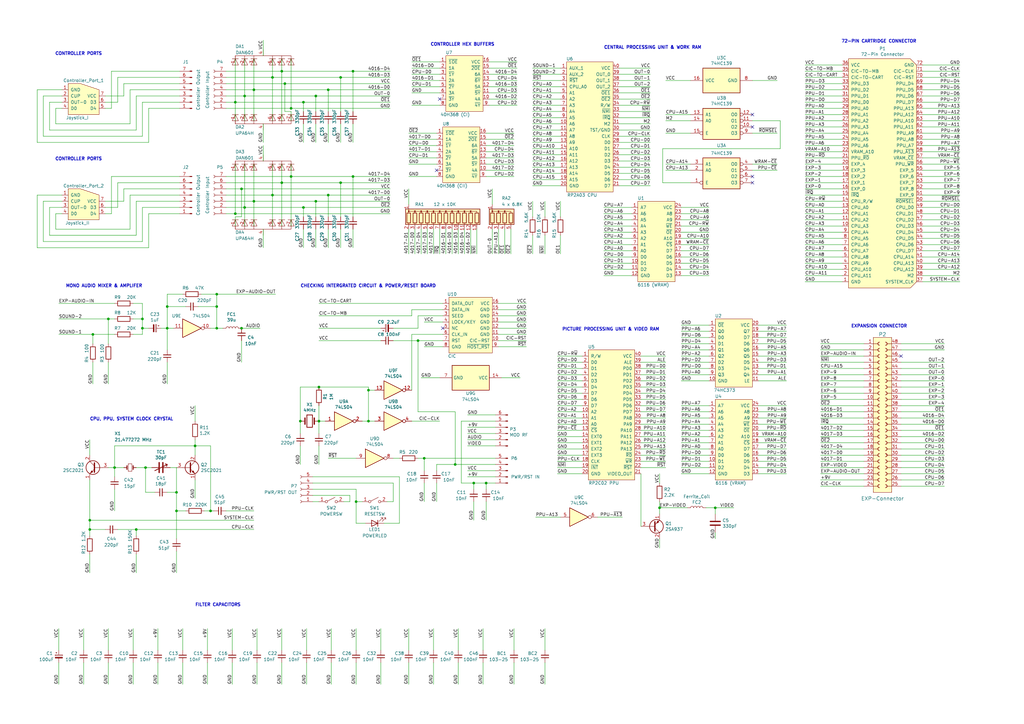
<source format=kicad_sch>
(kicad_sch (version 20250114) (generator "eeschema") (generator_version "9.0")
  (paper "A3")
  (title_block (title "NES-CPU-03") (rev "03") (company "Nintendo Co., LTD") (comment 1 "Reverse Engineered by Redherring32") (comment 2 "NES Motherboard"))
  (lib_symbols
    (symbol "74xx:74LS04"
      (property "Reference" "U" (at 0 1.27 0))
      (property "Value" "74LS04" (at 0 -1.27 0))
      (symbol "74LS04_1_0"
        (pin input line (at -7.62 0 0) (length 3.81) (name "~") (number "1"))
        (pin output inverted (at 7.62 0 180) (length 3.81) (name "~") (number "2"))
      )
      (symbol "74LS04_2_0"
        (pin input line (at -7.62 0 0) (length 3.81) (name "~") (number "3"))
        (pin output inverted (at 7.62 0 180) (length 3.81) (name "~") (number "4"))
      )
      (symbol "74LS04_3_0"
        (pin input line (at -7.62 0 0) (length 3.81) (name "~") (number "5"))
        (pin output inverted (at 7.62 0 180) (length 3.81) (name "~") (number "6"))
      )
      (symbol "74LS04_4_0"
        (pin input line (at -7.62 0 0) (length 3.81) (name "~") (number "9"))
        (pin output inverted (at 7.62 0 180) (length 3.81) (name "~") (number "8"))
      )
      (symbol "74LS04_5_0"
        (pin input line (at -7.62 0 0) (length 3.81) (name "~") (number "11"))
        (pin output inverted (at 7.62 0 180) (length 3.81) (name "~") (number "10"))
      )
      (symbol "74LS04_6_0"
        (pin input line (at -7.62 0 0) (length 3.81) (name "~") (number "13"))
        (pin output inverted (at 7.62 0 180) (length 3.81) (name "~") (number "12"))
      )
      (symbol "74LS04_7_0"
        (pin power_in line (at 0 12.7 270) (length 5.08) (name "VCC") (number "14"))
        (pin power_in line (at 0 -12.7 90) (length 5.08) (name "GND") (number "7"))
      )
    )
    (symbol "74xx:74LS139" (pin_names (offset 1.016))
      (property "Reference" "U" (at -7.62 8.89 0))
      (property "Value" "74LS139" (at -7.62 -8.89 0))
      (symbol "74LS139_1_0"
        (pin input line (at -12.7 2.54 0) (length 5.08) (name "A1") (number "3"))
        (pin input line (at -12.7 0 0) (length 5.08) (name "A0") (number "2"))
        (pin input inverted (at -12.7 -5.08 0) (length 5.08) (name "E") (number "1"))
        (pin output inverted (at 12.7 2.54 180) (length 5.08) (name "O0") (number "4"))
        (pin output inverted (at 12.7 0 180) (length 5.08) (name "O1") (number "5"))
        (pin output inverted (at 12.7 -2.54 180) (length 5.08) (name "O2") (number "6"))
        (pin output inverted (at 12.7 -5.08 180) (length 5.08) (name "O3") (number "7"))
      )
      (symbol "74LS139_2_0"
        (pin input line (at -12.7 2.54 0) (length 5.08) (name "A1") (number "13"))
        (pin input line (at -12.7 0 0) (length 5.08) (name "A0") (number "14"))
        (pin input inverted (at -12.7 -5.08 0) (length 5.08) (name "E") (number "15"))
        (pin output inverted (at 12.7 2.54 180) (length 5.08) (name "O0") (number "12"))
        (pin output inverted (at 12.7 0 180) (length 5.08) (name "O1") (number "11"))
        (pin output inverted (at 12.7 -2.54 180) (length 5.08) (name "O2") (number "10"))
        (pin output inverted (at 12.7 -5.08 180) (length 5.08) (name "O3") (number "9"))
      )
      (symbol "74LS139_3_0"
        (pin power_in line (at 0 12.7 270) (length 5.08) (name "VCC") (number "16"))
        (pin power_in line (at 0 -12.7 90) (length 5.08) (name "GND") (number "8"))
      )
    )
    (symbol "Connector:Conn_01x05_Pin" (pin_names (offset 1.016) (hide yes))
      (property "Reference" "J" (at 0 7.62 0))
      (property "Value" "Conn_01x05_Pin" (at 0 -7.62 0))
      (symbol "Conn_01x05_Pin_1_1"
        (pin passive line (at 5.08 5.08 180) (length 3.81) (name "Pin_1") (number "1"))
        (pin passive line (at 5.08 2.54 180) (length 3.81) (name "Pin_2") (number "2"))
        (pin passive line (at 5.08 0 180) (length 3.81) (name "Pin_3") (number "3"))
        (pin passive line (at 5.08 -2.54 180) (length 3.81) (name "Pin_4") (number "4"))
        (pin passive line (at 5.08 -5.08 180) (length 3.81) (name "Pin_5") (number "5"))
      )
    )
    (symbol "Connector:Conn_01x05_Socket" (pin_names (offset 1.016) (hide yes))
      (property "Reference" "J" (at 0 7.62 0))
      (property "Value" "Conn_01x05_Socket" (at 0 -7.62 0))
      (symbol "Conn_01x05_Socket_1_1"
        (pin passive line (at -5.08 5.08 0) (length 3.81) (name "Pin_1") (number "1"))
        (pin passive line (at -5.08 2.54 0) (length 3.81) (name "Pin_2") (number "2"))
        (pin passive line (at -5.08 0 0) (length 3.81) (name "Pin_3") (number "3"))
        (pin passive line (at -5.08 -2.54 0) (length 3.81) (name "Pin_4") (number "4"))
        (pin passive line (at -5.08 -5.08 0) (length 3.81) (name "Pin_5") (number "5"))
      )
    )
    (symbol "Connector:Conn_01x06_Pin" (pin_names (offset 1.016) (hide yes))
      (property "Reference" "J" (at 0 7.62 0))
      (property "Value" "Conn_01x06_Pin" (at 0 -10.16 0))
      (symbol "Conn_01x06_Pin_1_1"
        (pin passive line (at 5.08 5.08 180) (length 3.81) (name "Pin_1") (number "1"))
        (pin passive line (at 5.08 2.54 180) (length 3.81) (name "Pin_2") (number "2"))
        (pin passive line (at 5.08 0 180) (length 3.81) (name "Pin_3") (number "3"))
        (pin passive line (at 5.08 -2.54 180) (length 3.81) (name "Pin_4") (number "4"))
        (pin passive line (at 5.08 -5.08 180) (length 3.81) (name "Pin_5") (number "5"))
        (pin passive line (at 5.08 -7.62 180) (length 3.81) (name "Pin_6") (number "6"))
      )
    )
    (symbol "Connector:Conn_01x07_Pin" (pin_names (offset 1.016) (hide yes))
      (property "Reference" "J" (at 0 10.16 0))
      (property "Value" "Conn_01x07_Pin" (at 0 -10.16 0))
      (symbol "Conn_01x07_Pin_1_1"
        (pin passive line (at 5.08 7.62 180) (length 3.81) (name "Pin_1") (number "1"))
        (pin passive line (at 5.08 5.08 180) (length 3.81) (name "Pin_2") (number "2"))
        (pin passive line (at 5.08 2.54 180) (length 3.81) (name "Pin_3") (number "3"))
        (pin passive line (at 5.08 0 180) (length 3.81) (name "Pin_4") (number "4"))
        (pin passive line (at 5.08 -2.54 180) (length 3.81) (name "Pin_5") (number "5"))
        (pin passive line (at 5.08 -5.08 180) (length 3.81) (name "Pin_6") (number "6"))
        (pin passive line (at 5.08 -7.62 180) (length 3.81) (name "Pin_7") (number "7"))
      )
    )
    (symbol "Connector:Conn_01x07_Socket" (pin_names (offset 1.016) (hide yes))
      (property "Reference" "J" (at 0 10.16 0))
      (property "Value" "Conn_01x07_Socket" (at 0 -10.16 0))
      (symbol "Conn_01x07_Socket_1_1"
        (pin passive line (at -5.08 7.62 0) (length 3.81) (name "Pin_1") (number "1"))
        (pin passive line (at -5.08 5.08 0) (length 3.81) (name "Pin_2") (number "2"))
        (pin passive line (at -5.08 2.54 0) (length 3.81) (name "Pin_3") (number "3"))
        (pin passive line (at -5.08 0 0) (length 3.81) (name "Pin_4") (number "4"))
        (pin passive line (at -5.08 -2.54 0) (length 3.81) (name "Pin_5") (number "5"))
        (pin passive line (at -5.08 -5.08 0) (length 3.81) (name "Pin_6") (number "6"))
        (pin passive line (at -5.08 -7.62 0) (length 3.81) (name "Pin_7") (number "7"))
      )
    )
    (symbol "Device:C" (pin_numbers (hide yes)) (pin_names (offset 0.254))
      (property "Reference" "C" (at 0.635 2.54 0))
      (property "Value" "C" (at 0.635 -2.54 0))
      (symbol "C_1_1"
        (pin passive line (at 0 3.81 270) (length 2.794) (name "~") (number "1"))
        (pin passive line (at 0 -3.81 90) (length 2.794) (name "~") (number "2"))
      )
    )
    (symbol "Device:C_Polarized_Small" (pin_numbers (hide yes)) (pin_names (offset 0.254) (hide yes))
      (property "Reference" "C" (at 0.254 1.778 0))
      (property "Value" "C_Polarized_Small" (at 0.254 -2.032 0))
      (symbol "C_Polarized_Small_1_1"
        (pin passive line (at 0 2.54 270) (length 1.8542) (name "~") (number "1"))
        (pin passive line (at 0 -2.54 90) (length 1.8542) (name "~") (number "2"))
      )
    )
    (symbol "Device:C_Small" (pin_numbers (hide yes)) (pin_names (offset 0.254) (hide yes))
      (property "Reference" "C" (at 0.254 1.778 0))
      (property "Value" "C_Small" (at 0.254 -2.032 0))
      (symbol "C_Small_1_1"
        (pin passive line (at 0 2.54 270) (length 2.032) (name "~") (number "1"))
        (pin passive line (at 0 -2.54 90) (length 2.032) (name "~") (number "2"))
      )
    )
    (symbol "Device:C_Variable" (pin_numbers (hide yes)) (pin_names (offset 0.254) (hide yes))
      (property "Reference" "C" (at 0.635 -1.905 0))
      (property "Value" "C_Variable" (at 0.635 -3.81 0))
      (symbol "C_Variable_1_1"
        (pin passive line (at 0 3.81 270) (length 3.048) (name "~") (number "1"))
        (pin passive line (at 0 -3.81 90) (length 3.048) (name "~") (number "2"))
      )
    )
    (symbol "Device:Crystal" (pin_numbers (hide yes)) (pin_names (offset 1.016) (hide yes))
      (property "Reference" "Y" (at 0 3.81 0))
      (property "Value" "Crystal" (at 0 -3.81 0))
      (symbol "Crystal_1_1"
        (pin passive line (at -3.81 0 0) (length 1.27) (name "1") (number "1"))
        (pin passive line (at 3.81 0 180) (length 1.27) (name "2") (number "2"))
      )
    )
    (symbol "Device:Crystal_Small" (pin_numbers (hide yes)) (pin_names (offset 1.016) (hide yes))
      (property "Reference" "Y" (at 0 2.54 0))
      (property "Value" "Crystal_Small" (at 0 -2.54 0))
      (symbol "Crystal_Small_1_1"
        (pin passive line (at -2.54 0 0) (length 1.27) (name "1") (number "1"))
        (pin passive line (at 2.54 0 180) (length 1.27) (name "2") (number "2"))
      )
    )
    (symbol "Device:LED" (pin_numbers (hide yes)) (pin_names (offset 1.016) (hide yes))
      (property "Reference" "D" (at 0 2.54 0))
      (property "Value" "LED" (at 0 -2.54 0))
      (symbol "LED_1_1"
        (pin passive line (at -3.81 0 0) (length 2.54) (name "K") (number "1"))
        (pin passive line (at 3.81 0 180) (length 2.54) (name "A") (number "2"))
      )
    )
    (symbol "Device:R" (pin_numbers (hide yes)) (pin_names (offset 0))
      (property "Reference" "R" (at 2.032 0 90))
      (property "Value" "R" (at 0 0 90))
      (symbol "R_1_1"
        (pin passive line (at 0 3.81 270) (length 1.27) (name "~") (number "1"))
        (pin passive line (at 0 -3.81 90) (length 1.27) (name "~") (number "2"))
      )
    )
    (symbol "Device:R_Network04" (pin_names (offset 0) (hide yes))
      (property "Reference" "RN" (at -7.62 0 90))
      (property "Value" "R_Network04" (at 5.08 0 90))
      (symbol "R_Network04_1_1"
        (pin passive line (at -5.08 5.08 270) (length 2.54) (name "common") (number "1"))
        (pin passive line (at -5.08 -5.08 90) (length 1.27) (name "R1") (number "2"))
        (pin passive line (at -2.54 -5.08 90) (length 1.27) (name "R2") (number "3"))
        (pin passive line (at 0 -5.08 90) (length 1.27) (name "R3") (number "4"))
        (pin passive line (at 2.54 -5.08 90) (length 1.27) (name "R4") (number "5"))
      )
    )
    (symbol "Device:R_Network12" (pin_names (offset 0) (hide yes))
      (property "Reference" "RN" (at -17.78 0 90))
      (property "Value" "R_Network12" (at 15.24 0 90))
      (symbol "R_Network12_1_1"
        (pin passive line (at -15.24 5.08 270) (length 2.54) (name "common") (number "1"))
        (pin passive line (at -15.24 -5.08 90) (length 1.27) (name "R1") (number "2"))
        (pin passive line (at -12.7 -5.08 90) (length 1.27) (name "R2") (number "3"))
        (pin passive line (at -10.16 -5.08 90) (length 1.27) (name "R3") (number "4"))
        (pin passive line (at -7.62 -5.08 90) (length 1.27) (name "R4") (number "5"))
        (pin passive line (at -5.08 -5.08 90) (length 1.27) (name "R5") (number "6"))
        (pin passive line (at -2.54 -5.08 90) (length 1.27) (name "R6") (number "7"))
        (pin passive line (at 0 -5.08 90) (length 1.27) (name "R7") (number "8"))
        (pin passive line (at 2.54 -5.08 90) (length 1.27) (name "R8") (number "9"))
        (pin passive line (at 5.08 -5.08 90) (length 1.27) (name "R9") (number "10"))
        (pin passive line (at 7.62 -5.08 90) (length 1.27) (name "R10") (number "11"))
        (pin passive line (at 10.16 -5.08 90) (length 1.27) (name "R11") (number "12"))
        (pin passive line (at 12.7 -5.08 90) (length 1.27) (name "R12") (number "13"))
      )
    )
    (symbol "Ferrite_Core_1" (pin_names (offset 1.016))
      (property "Reference" "FC" (at 0 0 0))
      (property "Value" "Ferrite_Core" (at 0 0 0))
      (symbol "Ferrite_Core_1_1_1"
        (pin input line (at -8.89 -5.08 0) (length 0) (name "~") (number "~"))
        (pin output line (at -1.27 -5.08 0) (length 0) (name "~") (number "~"))
      )
    )
    (symbol "Ferrite_Core_2" (pin_names (offset 1.016))
      (property "Reference" "FC" (at 0 0 0))
      (property "Value" "Ferrite_Core" (at 0 0 0))
      (symbol "Ferrite_Core_2_1_1"
        (pin input line (at -8.89 -5.08 0) (length 0) (name "~") (number "~"))
        (pin output line (at -1.27 -5.08 0) (length 0) (name "~") (number "~"))
      )
    )
    (symbol "Motherboard:10NES_CIC" (pin_names (offset 1.016))
      (property "Reference" "U" (at -7.62 13.97 0))
      (property "Value" "10NES_CIC" (at 3.81 -11.43 0))
      (symbol "10NES_CIC_1_1"
        (pin output line (at -11.43 10.16 0) (length 2.54) (name "DATA_OUT") (number "1"))
        (pin input line (at -11.43 7.62 0) (length 2.54) (name "DATA_IN") (number "2"))
        (pin input line (at -11.43 5.08 0) (length 2.54) (name "SEED") (number "3"))
        (pin input line (at -11.43 2.54 0) (length 2.54) (name "LOCK/KEY") (number "4"))
        (pin passive line (at -11.43 0 0) (length 2.54) (name "NC") (number "5"))
        (pin input line (at -11.43 -2.54 0) (length 2.54) (name "CLK_IN") (number "6"))
        (pin input line (at -11.43 -5.08 0) (length 2.54) (name "RST") (number "7"))
        (pin passive line (at -11.43 -7.62 0) (length 2.54) (name "GND") (number "8"))
        (pin passive line (at 11.43 10.16 180) (length 2.54) (name "VCC") (number "16"))
        (pin passive line (at 11.43 7.62 180) (length 2.54) (name "GND") (number "15"))
        (pin passive line (at 11.43 5.08 180) (length 2.54) (name "GND") (number "14"))
        (pin passive line (at 11.43 2.54 180) (length 2.54) (name "GND") (number "13"))
        (pin passive line (at 11.43 0 180) (length 2.54) (name "GND") (number "12"))
        (pin passive line (at 11.43 -2.54 180) (length 2.54) (name "GND") (number "11"))
        (pin output line (at 11.43 -5.08 180) (length 2.54) (name "CIC-RST") (number "10"))
        (pin output line (at 11.43 -7.62 180) (length 2.54) (name "~{HOST_RST}") (number "9"))
      )
    )
    (symbol "Motherboard:2KB_SRAM" (pin_names (offset 1.016))
      (property "Reference" "U" (at -6.35 17.78 0))
      (property "Value" "2KB_SRAM" (at 2.54 -17.78 0))
      (symbol "2KB_SRAM_1_1"
        (pin passive line (at -10.16 13.97 0) (length 2.54) (name "A7") (number "1"))
        (pin passive line (at -10.16 11.43 0) (length 2.54) (name "A6~{}") (number "2"))
        (pin passive line (at -10.16 8.89 0) (length 2.54) (name "A5~{}") (number "3"))
        (pin passive line (at -10.16 6.35 0) (length 2.54) (name "A4~{}") (number "4"))
        (pin passive line (at -10.16 3.81 0) (length 2.54) (name "A3~{}") (number "5"))
        (pin passive line (at -10.16 1.27 0) (length 2.54) (name "A2") (number "6"))
        (pin passive line (at -10.16 -1.27 0) (length 2.54) (name "A1") (number "7"))
        (pin passive line (at -10.16 -3.81 0) (length 2.54) (name "A0") (number "8"))
        (pin passive line (at -10.16 -6.35 0) (length 2.54) (name "D0") (number "9"))
        (pin passive line (at -10.16 -8.89 0) (length 2.54) (name "D1") (number "10"))
        (pin passive line (at -10.16 -11.43 0) (length 2.54) (name "D2") (number "11"))
        (pin passive line (at -10.16 -13.97 0) (length 2.54) (name "GND~{}") (number "12"))
        (pin passive line (at 10.16 13.97 180) (length 2.54) (name "VCC") (number "24"))
        (pin passive line (at 10.16 11.43 180) (length 2.54) (name "A8") (number "23"))
        (pin passive line (at 10.16 8.89 180) (length 2.54) (name "A9") (number "22"))
        (pin passive line (at 10.16 6.35 180) (length 2.54) (name "~{WE}") (number "21"))
        (pin passive line (at 10.16 3.81 180) (length 2.54) (name "~{OE}") (number "20"))
        (pin passive line (at 10.16 1.27 180) (length 2.54) (name "A10") (number "19"))
        (pin passive line (at 10.16 -1.27 180) (length 2.54) (name "~{CS}") (number "18"))
        (pin passive line (at 10.16 -3.81 180) (length 2.54) (name "D7") (number "17"))
        (pin passive line (at 10.16 -6.35 180) (length 2.54) (name "D6") (number "16"))
        (pin passive line (at 10.16 -8.89 180) (length 2.54) (name "D5") (number "15"))
        (pin passive line (at 10.16 -11.43 180) (length 2.54) (name "D4") (number "14"))
        (pin passive line (at 10.16 -13.97 180) (length 2.54) (name "D3") (number "13"))
      )
    )
    (symbol "Motherboard:72-Pin_Connector" (pin_names (offset 1.016))
      (property "Reference" "J" (at -12.7 49.53 0))
      (property "Value" "72-Pin_Connector" (at 5.08 -46.99 0))
      (symbol "72-Pin_Connector_1_1"
        (pin passive line (at -16.51 45.72 0) (length 2.54) (name "VCC") (number "36"))
        (pin output line (at -16.51 43.18 0) (length 2.54) (name "CIC-TO-MB") (number "35"))
        (pin input line (at -16.51 40.64 0) (length 2.54) (name "CIC-TO-CART") (number "34"))
        (pin bidirectional line (at -16.51 38.1 0) (length 2.54) (name "PPU_D3") (number "33"))
        (pin bidirectional line (at -16.51 35.56 0) (length 2.54) (name "PPU_D2") (number "32"))
        (pin bidirectional line (at -16.51 33.02 0) (length 2.54) (name "PPU_D1") (number "31"))
        (pin bidirectional line (at -16.51 30.48 0) (length 2.54) (name "PPU_D0") (number "30"))
        (pin input line (at -16.51 27.94 0) (length 2.54) (name "PPU_A0") (number "29"))
        (pin input line (at -16.51 25.4 0) (length 2.54) (name "PPU_A1") (number "28"))
        (pin input line (at -16.51 22.86 0) (length 2.54) (name "PPU_A2") (number "27"))
        (pin input line (at -16.51 20.32 0) (length 2.54) (name "PPU_A3") (number "26"))
        (pin input line (at -16.51 17.78 0) (length 2.54) (name "PPU_A4") (number "25"))
        (pin input line (at -16.51 15.24 0) (length 2.54) (name "PPU_A5") (number "24"))
        (pin input line (at -16.51 12.7 0) (length 2.54) (name "PPU_A6") (number "23"))
        (pin output line (at -16.51 10.16 0) (length 2.54) (name "VRAM_A10") (number "22"))
        (pin input line (at -16.51 7.62 0) (length 2.54) (name "PPU_~{RD}") (number "21"))
        (pin passive line (at -16.51 5.08 0) (length 2.54) (name "EXP_4") (number "20"))
        (pin passive line (at -16.51 2.54 0) (length 2.54) (name "EXP_3") (number "19"))
        (pin passive line (at -16.51 0 0) (length 2.54) (name "EXP_2") (number "18"))
        (pin passive line (at -16.51 -2.54 0) (length 2.54) (name "EXP_1") (number "17"))
        (pin passive line (at -16.51 -5.08 0) (length 2.54) (name "EXP_0") (number "16"))
        (pin output line (at -16.51 -7.62 0) (length 2.54) (name "~{IRQ}") (number "15"))
        (pin input line (at -16.51 -10.16 0) (length 2.54) (name "CPU_R/W") (number "14"))
        (pin input line (at -16.51 -12.7 0) (length 2.54) (name "CPU_A0") (number "13"))
        (pin input line (at -16.51 -15.24 0) (length 2.54) (name "CPU_A1") (number "12"))
        (pin input line (at -16.51 -17.78 0) (length 2.54) (name "CPU_A2") (number "11"))
        (pin input line (at -16.51 -20.32 0) (length 2.54) (name "CPU_A3") (number "10"))
        (pin input line (at -16.51 -22.86 0) (length 2.54) (name "CPU_A4") (number "9"))
        (pin input line (at -16.51 -25.4 0) (length 2.54) (name "CPU_A5") (number "8"))
        (pin input line (at -16.51 -27.94 0) (length 2.54) (name "CPU_A6") (number "7"))
        (pin input line (at -16.51 -30.48 0) (length 2.54) (name "CPU_A7") (number "6"))
        (pin input line (at -16.51 -33.02 0) (length 2.54) (name "CPU_A8") (number "5"))
        (pin input line (at -16.51 -35.56 0) (length 2.54) (name "CPU_A9") (number "4"))
        (pin input line (at -16.51 -38.1 0) (length 2.54) (name "CPU_A10") (number "3"))
        (pin input line (at -16.51 -40.64 0) (length 2.54) (name "CPU_A11") (number "2"))
        (pin passive line (at -16.51 -43.18 0) (length 2.54) (name "GND") (number "1"))
        (pin passive line (at 16.51 45.72 180) (length 2.54) (name "GND") (number "72"))
        (pin input line (at 16.51 43.18 180) (length 2.54) (name "CIC-CLK") (number "71"))
        (pin input line (at 16.51 40.64 180) (length 2.54) (name "CIC-RST") (number "70"))
        (pin bidirectional line (at 16.51 38.1 180) (length 2.54) (name "PPU_D4") (number "69"))
        (pin bidirectional line (at 16.51 35.56 180) (length 2.54) (name "PPU_D5") (number "68"))
        (pin bidirectional line (at 16.51 33.02 180) (length 2.54) (name "PPU_D6") (number "67"))
        (pin bidirectional line (at 16.51 30.48 180) (length 2.54) (name "PPU_D7") (number "66"))
        (pin input line (at 16.51 27.94 180) (length 2.54) (name "PPU_A13") (number "65"))
        (pin input line (at 16.51 25.4 180) (length 2.54) (name "PPU_A12") (number "64"))
        (pin input line (at 16.51 22.86 180) (length 2.54) (name "PPU_A10") (number "63"))
        (pin input line (at 16.51 20.32 180) (length 2.54) (name "PPU_A11") (number "62"))
        (pin input line (at 16.51 17.78 180) (length 2.54) (name "PPU_A9") (number "61"))
        (pin input line (at 16.51 15.24 180) (length 2.54) (name "PPU_A8") (number "60"))
        (pin input line (at 16.51 12.7 180) (length 2.54) (name "PPU_A7") (number "59"))
        (pin input line (at 16.51 10.16 180) (length 2.54) (name "PPU_~{A13}") (number "58"))
        (pin output line (at 16.51 7.62 180) (length 2.54) (name "VRAM_~{CE}") (number "57"))
        (pin input line (at 16.51 5.08 180) (length 2.54) (name "PPU_~{WR}") (number "56"))
        (pin passive line (at 16.51 2.54 180) (length 2.54) (name "EXP_5") (number "55"))
        (pin passive line (at 16.51 0 180) (length 2.54) (name "EXP_6") (number "54"))
        (pin passive line (at 16.51 -2.54 180) (length 2.54) (name "EXP_7") (number "53"))
        (pin passive line (at 16.51 -5.08 180) (length 2.54) (name "EXP_8") (number "52"))
        (pin passive line (at 16.51 -7.62 180) (length 2.54) (name "EXP_9") (number "51"))
        (pin input line (at 16.51 -10.16 180) (length 2.54) (name "~{ROMSEL}") (number "50"))
        (pin bidirectional line (at 16.51 -12.7 180) (length 2.54) (name "CPU_D0") (number "49"))
        (pin bidirectional line (at 16.51 -15.24 180) (length 2.54) (name "CPU_D1") (number "48"))
        (pin bidirectional line (at 16.51 -17.78 180) (length 2.54) (name "CPU_D2") (number "47"))
        (pin bidirectional line (at 16.51 -20.32 180) (length 2.54) (name "CPU_D3") (number "46"))
        (pin bidirectional line (at 16.51 -22.86 180) (length 2.54) (name "CPU_D4") (number "45"))
        (pin bidirectional line (at 16.51 -25.4 180) (length 2.54) (name "CPU_D5") (number "44"))
        (pin bidirectional line (at 16.51 -27.94 180) (length 2.54) (name "CPU_D6") (number "43"))
        (pin bidirectional line (at 16.51 -30.48 180) (length 2.54) (name "CPU_D7") (number "42"))
        (pin input line (at 16.51 -33.02 180) (length 2.54) (name "CPU_A14") (number "41"))
        (pin input line (at 16.51 -35.56 180) (length 2.54) (name "CPU_A13") (number "40"))
        (pin input line (at 16.51 -38.1 180) (length 2.54) (name "CPU_A12") (number "39"))
        (pin input line (at 16.51 -40.64 180) (length 2.54) (name "M2") (number "38"))
        (pin input line (at 16.51 -43.18 180) (length 2.54) (name "SYSTEM_CLK") (number "37"))
      )
    )
    (symbol "Motherboard:74HC368" (pin_names (offset 1.016))
      (property "Reference" "U" (at -6.35 12.7 0))
      (property "Value" "74HC368" (at 2.54 -12.7 0))
      (symbol "74HC368_1_1"
        (pin input line (at -10.16 8.89 0) (length 2.54) (name "~{1OE}") (number "1"))
        (pin input line (at -10.16 6.35 0) (length 2.54) (name "1A") (number "2"))
        (pin output line (at -10.16 3.81 0) (length 2.54) (name "~{1Y}") (number "3"))
        (pin input line (at -10.16 1.27 0) (length 2.54) (name "2A") (number "4"))
        (pin output line (at -10.16 -1.27 0) (length 2.54) (name "~{2Y}") (number "5"))
        (pin input line (at -10.16 -3.81 0) (length 2.54) (name "3A") (number "6"))
        (pin output line (at -10.16 -6.35 0) (length 2.54) (name "~{3Y}") (number "7"))
        (pin passive line (at -10.16 -8.89 0) (length 2.54) (name "GND") (number "8"))
        (pin passive line (at 10.16 8.89 180) (length 2.54) (name "VCC") (number "16"))
        (pin input line (at 10.16 6.35 180) (length 2.54) (name "~{2OE}") (number "15"))
        (pin input line (at 10.16 3.81 180) (length 2.54) (name "6A") (number "14"))
        (pin output line (at 10.16 1.27 180) (length 2.54) (name "~{6Y}") (number "13"))
        (pin input line (at 10.16 -1.27 180) (length 2.54) (name "5A") (number "12"))
        (pin output line (at 10.16 -3.81 180) (length 2.54) (name "~{5Y}") (number "11"))
        (pin input line (at 10.16 -6.35 180) (length 2.54) (name "4A") (number "10"))
        (pin output line (at 10.16 -8.89 180) (length 2.54) (name "~{4Y}") (number "9"))
      )
    )
    (symbol "Motherboard:74HC373" (pin_names (offset 1.016))
      (property "Reference" "U" (at -6.35 15.24 0))
      (property "Value" "74HC373" (at 2.54 -15.24 0))
      (symbol "74HC373_1_1"
        (pin input line (at -10.16 11.43 0) (length 2.54) (name "~{OE}") (number "1"))
        (pin output line (at -10.16 8.89 0) (length 2.54) (name "Q0") (number "2"))
        (pin input line (at -10.16 6.35 0) (length 2.54) (name "D0") (number "3"))
        (pin input line (at -10.16 3.81 0) (length 2.54) (name "D1") (number "4"))
        (pin output line (at -10.16 1.27 0) (length 2.54) (name "Q1") (number "5"))
        (pin output line (at -10.16 -1.27 0) (length 2.54) (name "Q2") (number "6"))
        (pin input line (at -10.16 -3.81 0) (length 2.54) (name "D2") (number "7"))
        (pin input line (at -10.16 -6.35 0) (length 2.54) (name "D3") (number "8"))
        (pin output line (at -10.16 -8.89 0) (length 2.54) (name "Q3") (number "9"))
        (pin passive line (at -10.16 -11.43 0) (length 2.54) (name "GND") (number "10"))
        (pin passive line (at 10.16 11.43 180) (length 2.54) (name "VCC") (number "20"))
        (pin output line (at 10.16 8.89 180) (length 2.54) (name "Q7") (number "19"))
        (pin input line (at 10.16 6.35 180) (length 2.54) (name "D7") (number "18"))
        (pin input line (at 10.16 3.81 180) (length 2.54) (name "D6") (number "17"))
        (pin output line (at 10.16 1.27 180) (length 2.54) (name "Q6") (number "16"))
        (pin output line (at 10.16 -1.27 180) (length 2.54) (name "Q5") (number "15"))
        (pin input line (at 10.16 -3.81 180) (length 2.54) (name "D5") (number "14"))
        (pin input line (at 10.16 -6.35 180) (length 2.54) (name "D4") (number "13"))
        (pin output line (at 10.16 -8.89 180) (length 2.54) (name "Q4") (number "12"))
        (pin input line (at 10.16 -11.43 180) (length 2.54) (name "LE") (number "11"))
      )
    )
    (symbol "Motherboard:Controller_Port" (pin_names (offset 1.016))
      (property "Reference" "J" (at -5.08 8.89 0))
      (property "Value" "Controller_Port" (at 0 -6.35 0))
      (symbol "Controller_Port_1_1"
        (pin passive line (at -8.89 5.08 0) (length 2.54) (name "GND") (number "1"))
        (pin output line (at -8.89 2.54 0) (length 2.54) (name "CUP") (number "2"))
        (pin output line (at -8.89 0 0) (length 2.54) (name "OUT-0") (number "3"))
        (pin input line (at -8.89 -2.54 0) (length 2.54) (name "D0") (number "4"))
        (pin passive line (at 8.89 2.54 180) (length 2.54) (name "VCC") (number "7"))
        (pin input line (at 8.89 0 180) (length 2.54) (name "D3") (number "6"))
        (pin input line (at 8.89 -2.54 180) (length 2.54) (name "D4") (number "5"))
      )
    )
    (symbol "Motherboard:Diode_Array_7pin_(Anode-Common)" (pin_names (offset 1.016))
      (property "Reference" "U" (at 0 0 0))
      (property "Value" "Diode_Array_7pin_(Anode-Common)" (at 0 0 0))
      (symbol "Diode_Array_7pin_(Anode-Common)_1_1"
        (pin output line (at -8.89 -5.08 270) (length 2.54) (name "~") (number "1"))
        (pin output line (at -5.08 -5.08 270) (length 2.54) (name "~") (number "2"))
        (pin output line (at -1.27 -5.08 270) (length 2.54) (name "~") (number "3"))
        (pin input line (at 2.54 -3.81 90) (length 2.54) (name "~") (number "4"))
        (pin output line (at 6.35 -5.08 270) (length 2.54) (name "~") (number "5"))
        (pin output line (at 10.16 -5.08 270) (length 2.54) (name "~") (number "6"))
        (pin output line (at 13.97 -5.08 270) (length 2.54) (name "~") (number "7"))
      )
    )
    (symbol "Motherboard:Diode_Array_7pin_(Cathode-Common)" (pin_names (offset 1.016))
      (property "Reference" "U" (at 0 0 0))
      (property "Value" "Diode_Array_7pin_(Cathode-Common)" (at 0 0 0))
      (symbol "Diode_Array_7pin_(Cathode-Common)_1_1"
        (pin output line (at -8.89 -5.08 270) (length 2.54) (name "~") (number "1"))
        (pin output line (at -5.08 -5.08 270) (length 2.54) (name "~") (number "2"))
        (pin output line (at -1.27 -5.08 270) (length 2.54) (name "~") (number "3"))
        (pin input line (at 2.54 -3.81 90) (length 2.54) (name "~") (number "4"))
        (pin output line (at 6.35 -5.08 270) (length 2.54) (name "~") (number "5"))
        (pin output line (at 10.16 -5.08 270) (length 2.54) (name "~") (number "6"))
        (pin output line (at 13.97 -5.08 270) (length 2.54) (name "~") (number "7"))
      )
    )
    (symbol "Motherboard:EXP-CON" (pin_names (offset 1.016))
      (property "Reference" "J" (at -3.81 33.782 0))
      (property "Value" "EXP-CON" (at -5.08 -35.56 0))
      (symbol "EXP-CON_1_0"
        (pin passive line (at -7.62 30.48 0) (length 5.08) (name "~") (number "1"))
        (pin passive line (at -7.62 27.94 0) (length 5.08) (name "~") (number "2"))
        (pin passive line (at -7.62 25.4 0) (length 5.08) (name "~") (number "3"))
        (pin passive line (at -7.62 22.86 0) (length 5.08) (name "~") (number "4"))
        (pin passive line (at -7.62 20.32 0) (length 5.08) (name "~") (number "5"))
        (pin passive line (at -7.62 17.78 0) (length 5.08) (name "~") (number "6"))
        (pin passive line (at -7.62 15.24 0) (length 5.08) (name "~") (number "7"))
        (pin passive line (at -7.62 12.7 0) (length 5.08) (name "~") (number "8"))
        (pin passive line (at -7.62 10.16 0) (length 5.08) (name "~") (number "9"))
        (pin passive line (at -7.62 7.62 0) (length 5.08) (name "~") (number "10"))
        (pin passive line (at -7.62 5.08 0) (length 5.08) (name "~") (number "11"))
        (pin passive line (at -7.62 2.54 0) (length 5.08) (name "~") (number "12"))
        (pin passive line (at -7.62 0 0) (length 5.08) (name "~") (number "13"))
        (pin passive line (at -7.62 -2.54 0) (length 5.08) (name "~") (number "14"))
        (pin passive line (at -7.62 -5.08 0) (length 5.08) (name "~") (number "15"))
        (pin passive line (at -7.62 -7.62 0) (length 5.08) (name "~") (number "16"))
        (pin passive line (at -7.62 -10.16 0) (length 5.08) (name "~") (number "17"))
        (pin passive line (at -7.62 -12.7 0) (length 5.08) (name "~") (number "18"))
        (pin passive line (at -7.62 -15.24 0) (length 5.08) (name "~") (number "19"))
        (pin passive line (at -7.62 -17.78 0) (length 5.08) (name "~") (number "20"))
        (pin passive line (at -7.62 -20.32 0) (length 5.08) (name "~") (number "21"))
        (pin passive line (at -7.62 -22.86 0) (length 5.08) (name "~") (number "22"))
        (pin passive line (at -7.62 -25.4 0) (length 5.08) (name "~") (number "23"))
        (pin passive line (at -7.62 -27.94 0) (length 5.08) (name "~") (number "24"))
        (pin passive line (at 7.62 30.48 180) (length 5.08) (name "~") (number "48"))
        (pin passive line (at 7.62 27.94 180) (length 5.08) (name "~") (number "47"))
        (pin passive line (at 7.62 25.4 180) (length 5.08) (name "~") (number "46"))
        (pin passive line (at 7.62 22.86 180) (length 5.08) (name "~") (number "45"))
        (pin passive line (at 7.62 20.32 180) (length 5.08) (name "~") (number "44"))
        (pin passive line (at 7.62 17.78 180) (length 5.08) (name "~") (number "43"))
        (pin passive line (at 7.62 15.24 180) (length 5.08) (name "~") (number "42"))
        (pin passive line (at 7.62 12.7 180) (length 5.08) (name "~") (number "41"))
        (pin passive line (at 7.62 10.16 180) (length 5.08) (name "~") (number "40"))
        (pin passive line (at 7.62 7.62 180) (length 5.08) (name "~") (number "39"))
        (pin passive line (at 7.62 5.08 180) (length 5.08) (name "~") (number "38"))
        (pin passive line (at 7.62 2.54 180) (length 5.08) (name "~") (number "37"))
        (pin passive line (at 7.62 0 180) (length 5.08) (name "~") (number "36"))
        (pin passive line (at 7.62 -2.54 180) (length 5.08) (name "~") (number "35"))
        (pin passive line (at 7.62 -5.08 180) (length 5.08) (name "~") (number "34"))
        (pin passive line (at 7.62 -7.62 180) (length 5.08) (name "~") (number "33"))
        (pin passive line (at 7.62 -10.16 180) (length 5.08) (name "~") (number "32"))
        (pin passive line (at 7.62 -12.7 180) (length 5.08) (name "~") (number "31"))
        (pin passive line (at 7.62 -15.24 180) (length 5.08) (name "~") (number "30"))
        (pin passive line (at 7.62 -17.78 180) (length 5.08) (name "~") (number "29"))
        (pin passive line (at 7.62 -20.32 180) (length 5.08) (name "~") (number "28"))
        (pin passive line (at 7.62 -22.86 180) (length 5.08) (name "~") (number "27"))
        (pin passive line (at 7.62 -25.4 180) (length 5.08) (name "~") (number "26"))
        (pin passive line (at 7.62 -27.94 180) (length 5.08) (name "~") (number "25"))
      )
    )
    (symbol "Motherboard:Ferrite_Core" (pin_names (offset 1.016))
      (property "Reference" "FC" (at 0 0 0))
      (property "Value" "Ferrite_Core" (at 0 0 0))
      (symbol "Ferrite_Core_1_1"
        (pin input line (at -8.89 -5.08 0) (length 0) (name "~") (number "~"))
        (pin output line (at -1.27 -5.08 0) (length 0) (name "~") (number "~"))
      )
    )
    (symbol "Motherboard:RP2A03_CPU" (pin_names (offset 1.016))
      (property "Reference" "U" (at -8.89 27.94 0))
      (property "Value" "RP2A03_CPU" (at 2.54 -27.94 0))
      (symbol "RP2A03_CPU_1_1"
        (pin output line (at -12.7 24.13 0) (length 2.54) (name "AUX_1") (number "1"))
        (pin output line (at -12.7 21.59 0) (length 2.54) (name "AUX_2") (number "2"))
        (pin input line (at -12.7 19.05 0) (length 2.54) (name "~{RST}") (number "3"))
        (pin output line (at -12.7 16.51 0) (length 2.54) (name "CPU_A0") (number "4"))
        (pin output line (at -12.7 13.97 0) (length 2.54) (name "A1") (number "5"))
        (pin output line (at -12.7 11.43 0) (length 2.54) (name "A2") (number "6"))
        (pin output line (at -12.7 8.89 0) (length 2.54) (name "A3") (number "7"))
        (pin output line (at -12.7 6.35 0) (length 2.54) (name "A4") (number "8"))
        (pin output line (at -12.7 3.81 0) (length 2.54) (name "A5") (number "9"))
        (pin output line (at -12.7 1.27 0) (length 2.54) (name "A6") (number "10"))
        (pin output line (at -12.7 -1.27 0) (length 2.54) (name "A7") (number "11"))
        (pin output line (at -12.7 -3.81 0) (length 2.54) (name "A8") (number "12"))
        (pin output line (at -12.7 -6.35 0) (length 2.54) (name "A9") (number "13"))
        (pin output line (at -12.7 -8.89 0) (length 2.54) (name "A10") (number "14"))
        (pin output line (at -12.7 -11.43 0) (length 2.54) (name "A11") (number "15"))
        (pin output line (at -12.7 -13.97 0) (length 2.54) (name "A12") (number "16"))
        (pin output line (at -12.7 -16.51 0) (length 2.54) (name "A13") (number "17"))
        (pin output line (at -12.7 -19.05 0) (length 2.54) (name "A14") (number "18"))
        (pin output line (at -12.7 -21.59 0) (length 2.54) (name "A15") (number "19"))
        (pin passive line (at -12.7 -24.13 0) (length 2.54) (name "GND") (number "20"))
        (pin passive line (at 11.43 24.13 180) (length 2.54) (name "VCC") (number "40"))
        (pin output line (at 11.43 21.59 180) (length 2.54) (name "OUT_0") (number "39"))
        (pin output line (at 11.43 19.05 180) (length 2.54) (name "OUT_1") (number "38"))
        (pin output line (at 11.43 16.51 180) (length 2.54) (name "OUT_2") (number "37"))
        (pin output line (at 11.43 13.97 180) (length 2.54) (name "~{OE1}") (number "36"))
        (pin output line (at 11.43 11.43 180) (length 2.54) (name "~{OE2}") (number "35"))
        (pin output line (at 11.43 8.89 180) (length 2.54) (name "R/W") (number "34"))
        (pin input line (at 11.43 6.35 180) (length 2.54) (name "~{NMI}") (number "33"))
        (pin input line (at 11.43 3.81 180) (length 2.54) (name "~{IRQ}") (number "32"))
        (pin output line (at 11.43 1.27 180) (length 2.54) (name "M2") (number "31"))
        (pin input line (at 11.43 -1.27 180) (length 2.54) (name "TST/GND") (number "30"))
        (pin input line (at 11.43 -3.81 180) (length 2.54) (name "CLK") (number "29"))
        (pin bidirectional line (at 11.43 -6.35 180) (length 2.54) (name "D0") (number "28"))
        (pin bidirectional line (at 11.43 -8.89 180) (length 2.54) (name "D1") (number "27"))
        (pin bidirectional line (at 11.43 -11.43 180) (length 2.54) (name "D2") (number "26"))
        (pin bidirectional line (at 11.43 -13.97 180) (length 2.54) (name "D3") (number "25"))
        (pin bidirectional line (at 11.43 -16.51 180) (length 2.54) (name "D4") (number "24"))
        (pin bidirectional line (at 11.43 -19.05 180) (length 2.54) (name "D5") (number "23"))
        (pin bidirectional line (at 11.43 -21.59 180) (length 2.54) (name "D6") (number "22"))
        (pin bidirectional line (at 11.43 -24.13 180) (length 2.54) (name "D7") (number "21"))
      )
    )
    (symbol "Motherboard:RP2C02_PPU" (pin_names (offset 1.016))
      (property "Reference" "U" (at -8.89 27.94 0))
      (property "Value" "RP2C02_PPU" (at 2.54 -27.94 0))
      (symbol "RP2C02_PPU_1_1"
        (pin input line (at -12.7 24.13 0) (length 2.54) (name "R/W") (number "1"))
        (pin bidirectional line (at -12.7 21.59 0) (length 2.54) (name "D0") (number "2"))
        (pin bidirectional line (at -12.7 19.05 0) (length 2.54) (name "D1") (number "3"))
        (pin bidirectional line (at -12.7 16.51 0) (length 2.54) (name "D2") (number "4"))
        (pin bidirectional line (at -12.7 13.97 0) (length 2.54) (name "D3") (number "5"))
        (pin bidirectional line (at -12.7 11.43 0) (length 2.54) (name "D4") (number "6"))
        (pin bidirectional line (at -12.7 8.89 0) (length 2.54) (name "D7") (number "7"))
        (pin bidirectional line (at -12.7 6.35 0) (length 2.54) (name "D6") (number "8"))
        (pin bidirectional line (at -12.7 3.81 0) (length 2.54) (name "D7") (number "9"))
        (pin input line (at -12.7 1.27 0) (length 2.54) (name "A2") (number "10"))
        (pin input line (at -12.7 -1.27 0) (length 2.54) (name "A1") (number "11"))
        (pin input line (at -12.7 -3.81 0) (length 2.54) (name "A0") (number "12"))
        (pin input line (at -12.7 -6.35 0) (length 2.54) (name "~{CS}") (number "13"))
        (pin bidirectional line (at -12.7 -8.89 0) (length 2.54) (name "EXT0") (number "14"))
        (pin bidirectional line (at -12.7 -11.43 0) (length 2.54) (name "EXT1") (number "15"))
        (pin bidirectional line (at -12.7 -13.97 0) (length 2.54) (name "EXT2") (number "16"))
        (pin bidirectional line (at -12.7 -16.51 0) (length 2.54) (name "EXT3") (number "17"))
        (pin input line (at -12.7 -19.05 0) (length 2.54) (name "CLK") (number "18"))
        (pin output line (at -12.7 -21.59 0) (length 2.54) (name "~{INT}") (number "19"))
        (pin passive line (at -12.7 -24.13 0) (length 2.54) (name "GND") (number "20"))
        (pin passive line (at 11.43 24.13 180) (length 2.54) (name "VCC") (number "40"))
        (pin output line (at 11.43 21.59 180) (length 2.54) (name "ALE") (number "39"))
        (pin bidirectional line (at 11.43 19.05 180) (length 2.54) (name "PD0") (number "38"))
        (pin bidirectional line (at 11.43 16.51 180) (length 2.54) (name "PD1") (number "37"))
        (pin bidirectional line (at 11.43 13.97 180) (length 2.54) (name "PD2") (number "36"))
        (pin bidirectional line (at 11.43 11.43 180) (length 2.54) (name "PD3") (number "35"))
        (pin bidirectional line (at 11.43 8.89 180) (length 2.54) (name "PD4") (number "34"))
        (pin bidirectional line (at 11.43 6.35 180) (length 2.54) (name "PD5") (number "33"))
        (pin bidirectional line (at 11.43 3.81 180) (length 2.54) (name "PD6") (number "32"))
        (pin bidirectional line (at 11.43 1.27 180) (length 2.54) (name "PD7") (number "31"))
        (pin output line (at 11.43 -1.27 180) (length 2.54) (name "PA8") (number "30"))
        (pin output line (at 11.43 -3.81 180) (length 2.54) (name "PA9") (number "29"))
        (pin output line (at 11.43 -6.35 180) (length 2.54) (name "PA10") (number "28"))
        (pin output line (at 11.43 -8.89 180) (length 2.54) (name "PA11") (number "27"))
        (pin output line (at 11.43 -11.43 180) (length 2.54) (name "PA12") (number "26"))
        (pin output line (at 11.43 -13.97 180) (length 2.54) (name "PA13") (number "25"))
        (pin input line (at 11.43 -16.51 180) (length 2.54) (name "~{RD}") (number "24"))
        (pin output line (at 11.43 -19.05 180) (length 2.54) (name "~{WR}") (number "23"))
        (pin input line (at 11.43 -21.59 180) (length 2.54) (name "~{RST}") (number "22"))
        (pin output line (at 11.43 -24.13 180) (length 2.54) (name "VIDEO_OUT") (number "21"))
      )
    )
    (symbol "Switch:SW_SPST" (pin_names (offset 0) (hide yes))
      (property "Reference" "SW" (at 0 3.175 0))
      (property "Value" "SW_SPST" (at 0 -2.54 0))
      (symbol "SW_SPST_1_1"
        (pin passive line (at -5.08 0 0) (length 2.54) (name "A") (number "1"))
        (pin passive line (at 5.08 0 180) (length 2.54) (name "B") (number "2"))
      )
    )
    (symbol "Transistor_BJT:Q_NPN_ECB" (pin_names (offset 0) (hide yes))
      (property "Reference" "Q" (at 5.08 1.27 0))
      (property "Value" "Q_NPN_ECB" (at 5.08 -1.27 0))
      (symbol "Q_NPN_ECB_1_1"
        (pin input line (at -5.08 0 0) (length 2.54) (name "B") (number "3"))
        (pin passive line (at 2.54 5.08 270) (length 2.54) (name "C") (number "2"))
        (pin passive line (at 2.54 -5.08 90) (length 2.54) (name "E") (number "1"))
      )
    )
    (symbol "Transistor_BJT:Q_PNP_ECB" (pin_names (offset 0) (hide yes))
      (property "Reference" "Q" (at 5.08 1.27 0))
      (property "Value" "Q_PNP_ECB" (at 5.08 -1.27 0))
      (symbol "Q_PNP_ECB_1_1"
        (pin input line (at -5.08 0 0) (length 2.54) (name "B") (number "3"))
        (pin passive line (at 2.54 5.08 270) (length 2.54) (name "C") (number "2"))
        (pin passive line (at 2.54 -5.08 90) (length 2.54) (name "E") (number "1"))
      )
    )
  )
  (text "CPU, PPU, SYSTEM CLOCK CRYSTAL" (at 71.12 172.72 0) (effects (font (size 1.27 1.27) (thickness 0.254) (bold yes)) (justify right bottom)))
  (text "CHECKING INTERGRATED CIRCUIT & POWER/RESET BOARD" (at 123.19 118.11 0) (effects (font (size 1.27 1.27) (thickness 0.254) (bold yes)) (justify left bottom)))
  (text "MONO AUDIO MIXER & AMPLIFER" (at 58.42 118.11 0) (effects (font (size 1.27 1.27) (thickness 0.254) (bold yes)) (justify right bottom)))
  (text "CONTROLLER HEX BUFFERS" (at 176.53 19.05 0) (effects (font (size 1.27 1.27) (thickness 0.254) (bold yes)) (justify left bottom)))
  (text "FILTER CAPACITORS" (at 80.01 248.92 0) (effects (font (size 1.27 1.27) (thickness 0.254) (bold yes)) (justify left bottom)))
  (text "PICTURE PROCESSING UNIT & VIDEO RAM" (at 270.51 135.89 0) (effects (font (size 1.27 1.27) (thickness 0.254) (bold yes)) (justify right bottom)))
  (text "CENTRAL PROCESSING UNIT & WORK RAM" (at 247.65 20.32 0) (effects (font (size 1.27 1.27) (thickness 0.254) (bold yes)) (justify left bottom)))
  (text "CONTROLLER PORTS" (at 41.91 66.04 0) (effects (font (size 1.27 1.27) (thickness 0.254) (bold yes)) (justify right bottom)))
  (text "EXPANSION CONNECTOR" (at 372.11 134.62 0) (effects (font (size 1.27 1.27) (thickness 0.254) (bold yes)) (justify right bottom)))
  (text "72-PIN CARTRIDGE CONNECTOR" (at 375.92 17.78 0) (effects (font (size 1.27 1.27) (thickness 0.254) (bold yes)) (justify right bottom)))
  (text "CONTROLLER PORTS" (at 41.91 22.86 0) (effects (font (size 1.27 1.27) (thickness 0.254) (bold yes)) (justify right bottom)))
  (junction (at 96.52 87.63))
  (junction (at 123.19 172.72))
  (junction (at 124.46 41.91))
  (junction (at 104.14 36.83))
  (junction (at 36.83 213.36))
  (junction (at 151.13 172.72))
  (junction (at 36.83 217.17))
  (junction (at 116.84 34.29))
  (junction (at 72.39 201.93))
  (junction (at 58.42 134.62))
  (junction (at 88.9 120.65))
  (junction (at 115.57 74.93))
  (junction (at 129.54 82.55))
  (junction (at 100.33 39.37))
  (junction (at 119.38 44.45))
  (junction (at 151.13 160.02))
  (junction (at 124.46 85.09))
  (junction (at 46.99 191.77))
  (junction (at 96.52 41.91))
  (junction (at 88.9 125.73))
  (junction (at 270.51 208.28))
  (junction (at 68.58 134.62))
  (junction (at 130.81 158.75))
  (junction (at 173.99 187.96))
  (junction (at 171.45 139.7))
  (junction (at 199.39 198.12))
  (junction (at 55.88 217.17))
  (junction (at 111.76 31.75))
  (junction (at 100.33 85.09))
  (junction (at 144.78 72.39))
  (junction (at 144.78 29.21))
  (junction (at 139.7 31.75))
  (junction (at 115.57 29.21))
  (junction (at 130.81 172.72))
  (junction (at 68.58 125.73))
  (junction (at 88.9 134.62))
  (junction (at 129.54 39.37))
  (junction (at 99.06 77.47))
  (junction (at 38.1 137.16))
  (junction (at 80.01 182.88))
  (junction (at 99.06 134.62))
  (junction (at 86.36 209.55))
  (junction (at 293.37 208.28))
  (junction (at 58.42 130.81))
  (junction (at 104.14 82.55))
  (junction (at 44.45 130.81))
  (junction (at 186.69 190.5))
  (junction (at 134.62 80.01))
  (junction (at 111.76 80.01))
  (junction (at 146.05 205.74))
  (junction (at 119.38 72.39))
  (junction (at 59.69 191.77))
  (junction (at 72.39 209.55))
  (junction (at 139.7 74.93))
  (junction (at 134.62 36.83))
  (junction (at 194.31 198.12))
  (no_connect (at 308.61 46.99))
  (no_connect (at 308.61 74.93))
  (no_connect (at 369.57 146.05))
  (no_connect (at 308.61 52.07))
  (no_connect (at 179.07 69.85))
  (no_connect (at 181.61 134.62))
  (no_connect (at 180.34 40.64))
  (no_connect (at 308.61 72.39))
  (wire (pts (xy 369.57 199.39) (xy 387.35 199.39)))
  (wire (pts (xy 123.19 172.72) (xy 123.19 177.8)))
  (wire (pts (xy 266.7 55.88) (xy 254 55.88)))
  (wire (pts (xy 318.77 69.85) (xy 308.61 69.85)))
  (wire (pts (xy 179.07 205.74) (xy 179.07 198.12)))
  (wire (pts (xy 218.44 73.66) (xy 229.87 73.66)))
  (wire (pts (xy 80.01 166.37) (xy 80.01 172.72)))
  (wire (pts (xy 187.96 93.98) (xy 187.96 104.14)))
  (wire (pts (xy 330.2 57.15) (xy 345.44 57.15)))
  (wire (pts (xy 107.95 59.69) (xy 107.95 66.04)))
  (wire (pts (xy 218.44 33.02) (xy 229.87 33.02)))
  (wire (pts (xy 290.83 87.63) (xy 279.4 87.63)))
  (wire (pts (xy 25.4 87.63) (xy 22.86 87.63)))
  (wire (pts (xy 320.04 49.53) (xy 308.61 49.53)))
  (wire (pts (xy 22.86 87.63) (xy 22.86 93.98)))
  (wire (pts (xy 204.47 93.98) (xy 204.47 104.14)))
  (wire (pts (xy 46.99 191.77) (xy 46.99 195.58)))
  (wire (pts (xy 179.07 190.5) (xy 186.69 190.5)))
  (wire (pts (xy 46.99 191.77) (xy 50.8 191.77)))
  (wire (pts (xy 293.37 218.44) (xy 293.37 220.98)))
  (wire (pts (xy 393.7 113.03) (xy 378.46 113.03)))
  (wire (pts (xy 311.15 146.05) (xy 322.58 146.05)))
  (wire (pts (xy 194.31 198.12) (xy 199.39 198.12)))
  (wire (pts (xy 59.69 191.77) (xy 62.23 191.77)))
  (wire (pts (xy 203.2 177.8) (xy 191.77 177.8)))
  (wire (pts (xy 330.2 77.47) (xy 345.44 77.47)))
  (wire (pts (xy 279.4 143.51) (xy 290.83 143.51)))
  (wire (pts (xy 218.44 63.5) (xy 229.87 63.5)))
  (wire (pts (xy 58.42 130.81) (xy 58.42 124.46)))
  (wire (pts (xy 378.46 110.49) (xy 393.7 110.49)))
  (wire (pts (xy 25.4 44.45) (xy 22.86 44.45)))
  (wire (pts (xy 229.87 40.64) (xy 218.44 40.64)))
  (wire (pts (xy 330.2 31.75) (xy 345.44 31.75)))
  (wire (pts (xy 104.14 213.36) (xy 36.83 213.36)))
  (wire (pts (xy 125.73 257.81) (xy 125.73 266.7)))
  (wire (pts (xy 96.52 49.53) (xy 96.52 41.91)))
  (wire (pts (xy 86.36 182.88) (xy 80.01 182.88)))
  (wire (pts (xy 44.45 148.59) (xy 44.45 157.48)))
  (wire (pts (xy 229.87 60.96) (xy 218.44 60.96)))
  (wire (pts (xy 22.86 44.45) (xy 22.86 50.8)))
  (wire (pts (xy 254 33.02) (xy 266.7 33.02)))
  (wire (pts (xy 96.52 88.9) (xy 99.06 88.9)))
  (wire (pts (xy 189.23 172.72) (xy 203.2 172.72)))
  (wire (pts (xy 45.72 29.21) (xy 73.66 29.21)))
  (wire (pts (xy 111.76 24.13) (xy 111.76 31.75)))
  (wire (pts (xy 43.18 87.63) (xy 45.72 87.63)))
  (wire (pts (xy 104.14 49.53) (xy 104.14 36.83)))
  (wire (pts (xy 171.45 139.7) (xy 171.45 168.91)))
  (wire (pts (xy 228.6 146.05) (xy 238.76 146.05)))
  (wire (pts (xy 168.91 43.18) (xy 180.34 43.18)))
  (wire (pts (xy 180.34 93.98) (xy 180.34 104.14)))
  (wire (pts (xy 60.96 44.45) (xy 73.66 44.45)))
  (wire (pts (xy 218.44 27.94) (xy 229.87 27.94)))
  (wire (pts (xy 139.7 31.75) (xy 160.02 31.75)))
  (wire (pts (xy 330.2 72.39) (xy 345.44 72.39)))
  (wire (pts (xy 262.89 194.31) (xy 262.89 215.9)))
  (wire (pts (xy 393.7 26.67) (xy 378.46 26.67)))
  (wire (pts (xy 115.57 257.81) (xy 115.57 266.7)))
  (wire (pts (xy 336.55 146.05) (xy 354.33 146.05)))
  (wire (pts (xy 189.23 198.12) (xy 189.23 172.72)))
  (wire (pts (xy 378.46 115.57) (xy 393.7 115.57)))
  (wire (pts (xy 111.76 80.01) (xy 111.76 92.71)))
  (wire (pts (xy 92.71 34.29) (xy 116.84 34.29)))
  (wire (pts (xy 86.36 134.62) (xy 88.9 134.62)))
  (wire (pts (xy 266.7 71.12) (xy 254 71.12)))
  (wire (pts (xy 262.89 168.91) (xy 273.05 168.91)))
  (wire (pts (xy 199.39 200.66) (xy 199.39 198.12)))
  (wire (pts (xy 48.26 217.17) (xy 55.88 217.17)))
  (wire (pts (xy 330.2 110.49) (xy 345.44 110.49)))
  (wire (pts (xy 104.14 209.55) (xy 92.71 209.55)))
  (wire (pts (xy 146.05 205.74) (xy 146.05 200.66)))
  (wire (pts (xy 345.44 59.69) (xy 330.2 59.69)))
  (wire (pts (xy 262.89 166.37) (xy 273.05 166.37)))
  (wire (pts (xy 266.7 48.26) (xy 254 48.26)))
  (wire (pts (xy 92.71 82.55) (xy 104.14 82.55)))
  (wire (pts (xy 116.84 45.72) (xy 119.38 45.72)))
  (wire (pts (xy 223.52 82.55) (xy 223.52 88.9)))
  (wire (pts (xy 44.45 271.78) (xy 44.45 280.67)))
  (wire (pts (xy 229.87 45.72) (xy 218.44 45.72)))
  (wire (pts (xy 210.82 54.61) (xy 199.39 54.61)))
  (wire (pts (xy 193.04 93.98) (xy 193.04 104.14)))
  (wire (pts (xy 290.83 102.87) (xy 279.4 102.87)))
  (wire (pts (xy 218.44 43.18) (xy 229.87 43.18)))
  (wire (pts (xy 161.29 198.12) (xy 128.27 198.12)))
  (wire (pts (xy 130.81 129.54) (xy 168.91 129.54)))
  (wire (pts (xy 218.44 48.26) (xy 229.87 48.26)))
  (wire (pts (xy 228.6 166.37) (xy 238.76 166.37)))
  (wire (pts (xy 167.64 93.98) (xy 167.64 104.14)))
  (wire (pts (xy 378.46 49.53) (xy 393.7 49.53)))
  (wire (pts (xy 207.01 93.98) (xy 207.01 104.14)))
  (wire (pts (xy 43.18 85.09) (xy 48.26 85.09)))
  (wire (pts (xy 55.88 234.95) (xy 55.88 227.33)))
  (wire (pts (xy 330.2 41.91) (xy 345.44 41.91)))
  (wire (pts (xy 266.7 27.94) (xy 254 27.94)))
  (wire (pts (xy 54.61 130.81) (xy 58.42 130.81)))
  (wire (pts (xy 322.58 133.35) (xy 311.15 133.35)))
  (wire (pts (xy 387.35 148.59) (xy 369.57 148.59)))
  (wire (pts (xy 68.58 148.59) (xy 68.58 157.48)))
  (wire (pts (xy 311.15 191.77) (xy 322.58 191.77)))
  (wire (pts (xy 213.36 154.94) (xy 205.74 154.94)))
  (wire (pts (xy 198.12 257.81) (xy 198.12 266.7)))
  (wire (pts (xy 228.6 148.59) (xy 238.76 148.59)))
  (wire (pts (xy 146.05 205.74) (xy 146.05 214.63)))
  (wire (pts (xy 245.11 212.09) (xy 255.27 212.09)))
  (wire (pts (xy 134.62 88.9) (xy 134.62 80.01)))
  (wire (pts (xy 345.44 69.85) (xy 330.2 69.85)))
  (wire (pts (xy 68.58 134.62) (xy 68.58 143.51)))
  (wire (pts (xy 92.71 41.91) (xy 96.52 41.91)))
  (wire (pts (xy 115.57 74.93) (xy 115.57 92.71)))
  (wire (pts (xy 279.4 191.77) (xy 290.83 191.77)))
  (wire (pts (xy 111.76 31.75) (xy 139.7 31.75)))
  (wire (pts (xy 74.93 271.78) (xy 74.93 280.67)))
  (wire (pts (xy 228.6 191.77) (xy 238.76 191.77)))
  (wire (pts (xy 100.33 85.09) (xy 124.46 85.09)))
  (wire (pts (xy 161.29 139.7) (xy 171.45 139.7)))
  (wire (pts (xy 181.61 142.24) (xy 173.99 142.24)))
  (wire (pts (xy 345.44 44.45) (xy 330.2 44.45)))
  (wire (pts (xy 161.29 134.62) (xy 171.45 134.62)))
  (wire (pts (xy 60.96 87.63) (xy 73.66 87.63)))
  (wire (pts (xy 311.15 168.91) (xy 322.58 168.91)))
  (wire (pts (xy 186.69 168.91) (xy 186.69 190.5)))
  (wire (pts (xy 345.44 82.55) (xy 330.2 82.55)))
  (wire (pts (xy 156.21 257.81) (xy 156.21 266.7)))
  (wire (pts (xy 168.91 27.94) (xy 180.34 27.94)))
  (wire (pts (xy 247.65 113.03) (xy 259.08 113.03)))
  (wire (pts (xy 124.46 88.9) (xy 124.46 85.09)))
  (wire (pts (xy 123.19 158.75) (xy 130.81 158.75)))
  (wire (pts (xy 38.1 148.59) (xy 38.1 157.48)))
  (wire (pts (xy 262.89 179.07) (xy 273.05 179.07)))
  (wire (pts (xy 119.38 45.72) (xy 119.38 49.53)))
  (wire (pts (xy 330.2 46.99) (xy 345.44 46.99)))
  (wire (pts (xy 119.38 24.13) (xy 119.38 44.45)))
  (wire (pts (xy 203.2 193.04) (xy 191.77 193.04)))
  (wire (pts (xy 218.44 68.58) (xy 229.87 68.58)))
  (wire (pts (xy 180.34 35.56) (xy 168.91 35.56)))
  (wire (pts (xy 254 58.42) (xy 266.7 58.42)))
  (wire (pts (xy 345.44 113.03) (xy 330.2 113.03)))
  (wire (pts (xy 148.59 205.74) (xy 146.05 205.74)))
  (wire (pts (xy 318.77 67.31) (xy 308.61 67.31)))
  (wire (pts (xy 115.57 29.21) (xy 144.78 29.21)))
  (wire (pts (xy 53.34 80.01) (xy 73.66 80.01)))
  (wire (pts (xy 143.51 203.2) (xy 143.51 205.74)))
  (wire (pts (xy 247.65 92.71) (xy 259.08 92.71)))
  (wire (pts (xy 182.88 93.98) (xy 182.88 104.14)))
  (wire (pts (xy 279.4 156.21) (xy 290.83 156.21)))
  (wire (pts (xy 168.91 137.16) (xy 181.61 137.16)))
  (wire (pts (xy 64.77 271.78) (xy 64.77 280.67)))
  (wire (pts (xy 129.54 101.6) (xy 129.54 93.98)))
  (wire (pts (xy 266.7 66.04) (xy 254 66.04)))
  (wire (pts (xy 215.9 134.62) (xy 204.47 134.62)))
  (wire (pts (xy 17.78 82.55) (xy 17.78 99.06)))
  (wire (pts (xy 393.7 97.79) (xy 378.46 97.79)))
  (wire (pts (xy 311.15 148.59) (xy 322.58 148.59)))
  (wire (pts (xy 50.8 77.47) (xy 73.66 77.47)))
  (wire (pts (xy 247.65 100.33) (xy 259.08 100.33)))
  (wire (pts (xy 378.46 41.91) (xy 393.7 41.91)))
  (wire (pts (xy 247.65 95.25) (xy 259.08 95.25)))
  (wire (pts (xy 345.44 80.01) (xy 330.2 80.01)))
  (wire (pts (xy 393.7 52.07) (xy 378.46 52.07)))
  (wire (pts (xy 271.78 60.96) (xy 320.04 60.96)))
  (wire (pts (xy 199.39 213.36) (xy 199.39 205.74)))
  (wire (pts (xy 279.4 153.67) (xy 290.83 153.67)))
  (wire (pts (xy 215.9 142.24) (xy 204.47 142.24)))
  (wire (pts (xy 190.5 93.98) (xy 190.5 104.14)))
  (wire (pts (xy 48.26 85.09) (xy 48.26 74.93)))
  (wire (pts (xy 24.13 124.46) (xy 46.99 124.46)))
  (wire (pts (xy 50.8 39.37) (xy 50.8 34.29)))
  (wire (pts (xy 279.4 168.91) (xy 290.83 168.91)))
  (wire (pts (xy 119.38 72.39) (xy 119.38 92.71)))
  (wire (pts (xy 175.26 104.14) (xy 175.26 93.98)))
  (wire (pts (xy 210.82 271.78) (xy 210.82 280.67)))
  (wire (pts (xy 172.72 93.98) (xy 172.72 104.14)))
  (wire (pts (xy 144.78 29.21) (xy 160.02 29.21)))
  (wire (pts (xy 279.4 133.35) (xy 290.83 133.35)))
  (wire (pts (xy 167.64 62.23) (xy 179.07 62.23)))
  (wire (pts (xy 378.46 85.09) (xy 393.7 85.09)))
  (wire (pts (xy 369.57 186.69) (xy 387.35 186.69)))
  (wire (pts (xy 139.7 58.42) (xy 139.7 50.8)))
  (wire (pts (xy 129.54 88.9) (xy 129.54 82.55)))
  (wire (pts (xy 144.78 88.9) (xy 144.78 72.39)))
  (wire (pts (xy 55.88 82.55) (xy 73.66 82.55)))
  (wire (pts (xy 168.91 160.02) (xy 168.91 137.16)))
  (wire (pts (xy 34.29 271.78) (xy 34.29 280.67)))
  (wire (pts (xy 104.14 82.55) (xy 129.54 82.55)))
  (wire (pts (xy 96.52 67.31) (xy 96.52 87.63)))
  (wire (pts (xy 330.2 52.07) (xy 345.44 52.07)))
  (wire (pts (xy 311.15 138.43) (xy 322.58 138.43)))
  (wire (pts (xy 318.77 54.61) (xy 308.61 54.61)))
  (wire (pts (xy 107.95 58.42) (xy 107.95 50.8)))
  (wire (pts (xy 336.55 184.15) (xy 354.33 184.15)))
  (wire (pts (xy 167.64 57.15) (xy 179.07 57.15)))
  (wire (pts (xy 247.65 85.09) (xy 259.08 85.09)))
  (wire (pts (xy 266.7 50.8) (xy 254 50.8)))
  (wire (pts (xy 311.15 153.67) (xy 322.58 153.67)))
  (wire (pts (xy 86.36 209.55) (xy 87.63 209.55)))
  (wire (pts (xy 354.33 143.51) (xy 336.55 143.51)))
  (wire (pts (xy 279.4 138.43) (xy 290.83 138.43)))
  (wire (pts (xy 17.78 55.88) (xy 58.42 55.88)))
  (wire (pts (xy 46.99 182.88) (xy 46.99 191.77)))
  (wire (pts (xy 20.32 41.91) (xy 25.4 41.91)))
  (wire (pts (xy 92.71 74.93) (xy 115.57 74.93)))
  (wire (pts (xy 111.76 31.75) (xy 111.76 49.53)))
  (wire (pts (xy 262.89 189.23) (xy 273.05 189.23)))
  (wire (pts (xy 228.6 168.91) (xy 238.76 168.91)))
  (wire (pts (xy 80.01 182.88) (xy 46.99 182.88)))
  (wire (pts (xy 135.89 271.78) (xy 135.89 280.67)))
  (wire (pts (xy 290.83 105.41) (xy 279.4 105.41)))
  (wire (pts (xy 279.4 148.59) (xy 290.83 148.59)))
  (wire (pts (xy 266.7 76.2) (xy 254 76.2)))
  (wire (pts (xy 187.96 271.78) (xy 187.96 280.67)))
  (wire (pts (xy 203.2 195.58) (xy 191.77 195.58)))
  (wire (pts (xy 336.55 176.53) (xy 354.33 176.53)))
  (wire (pts (xy 58.42 134.62) (xy 58.42 137.16)))
  (wire (pts (xy 320.04 60.96) (xy 320.04 49.53)))
  (wire (pts (xy 279.4 179.07) (xy 290.83 179.07)))
  (wire (pts (xy 228.6 163.83) (xy 238.76 163.83)))
  (wire (pts (xy 161.29 205.74) (xy 161.29 198.12)))
  (wire (pts (xy 181.61 129.54) (xy 171.45 129.54)))
  (wire (pts (xy 124.46 101.6) (xy 124.46 93.98)))
  (wire (pts (xy 194.31 200.66) (xy 194.31 198.12)))
  (wire (pts (xy 369.57 191.77) (xy 387.35 191.77)))
  (wire (pts (xy 219.71 212.09) (xy 229.87 212.09)))
  (wire (pts (xy 229.87 76.2) (xy 218.44 76.2)))
  (wire (pts (xy 95.25 257.81) (xy 95.25 266.7)))
  (wire (pts (xy 279.4 181.61) (xy 290.83 181.61)))
  (wire (pts (xy 105.41 257.81) (xy 105.41 266.7)))
  (wire (pts (xy 311.15 143.51) (xy 322.58 143.51)))
  (wire (pts (xy 223.52 271.78) (xy 223.52 280.67)))
  (wire (pts (xy 105.41 271.78) (xy 105.41 280.67)))
  (wire (pts (xy 55.88 96.52) (xy 20.32 96.52)))
  (wire (pts (xy 17.78 39.37) (xy 17.78 55.88)))
  (wire (pts (xy 139.7 88.9) (xy 139.7 74.93)))
  (wire (pts (xy 369.57 163.83) (xy 387.35 163.83)))
  (wire (pts (xy 387.35 184.15) (xy 369.57 184.15)))
  (wire (pts (xy 95.25 271.78) (xy 95.25 280.67)))
  (wire (pts (xy 387.35 140.97) (xy 369.57 140.97)))
  (wire (pts (xy 20.32 53.34) (xy 20.32 41.91)))
  (wire (pts (xy 279.4 151.13) (xy 290.83 151.13)))
  (wire (pts (xy 378.46 90.17) (xy 393.7 90.17)))
  (wire (pts (xy 54.61 137.16) (xy 58.42 137.16)))
  (wire (pts (xy 171.45 168.91) (xy 186.69 168.91)))
  (wire (pts (xy 290.83 90.17) (xy 279.4 90.17)))
  (wire (pts (xy 92.71 39.37) (xy 100.33 39.37)))
  (wire (pts (xy 393.7 31.75) (xy 378.46 31.75)))
  (wire (pts (xy 124.46 58.42) (xy 124.46 50.8)))
  (wire (pts (xy 393.7 29.21) (xy 378.46 29.21)))
  (wire (pts (xy 134.62 45.72) (xy 134.62 36.83)))
  (wire (pts (xy 55.88 39.37) (xy 55.88 53.34)))
  (wire (pts (xy 50.8 82.55) (xy 50.8 77.47)))
  (wire (pts (xy 311.15 176.53) (xy 322.58 176.53)))
  (wire (pts (xy 167.64 271.78) (xy 167.64 280.67)))
  (wire (pts (xy 247.65 110.49) (xy 259.08 110.49)))
  (wire (pts (xy 200.66 38.1) (xy 212.09 38.1)))
  (wire (pts (xy 218.44 38.1) (xy 229.87 38.1)))
  (wire (pts (xy 262.89 158.75) (xy 273.05 158.75)))
  (wire (pts (xy 378.46 34.29) (xy 393.7 34.29)))
  (wire (pts (xy 130.81 172.72) (xy 133.35 172.72)))
  (wire (pts (xy 25.4 82.55) (xy 17.78 82.55)))
  (wire (pts (xy 393.7 77.47) (xy 378.46 77.47)))
  (wire (pts (xy 203.2 180.34) (xy 191.77 180.34)))
  (wire (pts (xy 198.12 271.78) (xy 198.12 280.67)))
  (wire (pts (xy 215.9 127) (xy 204.47 127)))
  (wire (pts (xy 354.33 186.69) (xy 336.55 186.69)))
  (wire (pts (xy 58.42 124.46) (xy 54.61 124.46)))
  (wire (pts (xy 378.46 74.93) (xy 393.7 74.93)))
  (wire (pts (xy 115.57 29.21) (xy 115.57 49.53)))
  (wire (pts (xy 378.46 64.77) (xy 393.7 64.77)))
  (wire (pts (xy 311.15 179.07) (xy 322.58 179.07)))
  (wire (pts (xy 129.54 58.42) (xy 129.54 50.8)))
  (wire (pts (xy 378.46 105.41) (xy 393.7 105.41)))
  (wire (pts (xy 181.61 132.08) (xy 173.99 132.08)))
  (wire (pts (xy 262.89 176.53) (xy 273.05 176.53)))
  (wire (pts (xy 354.33 191.77) (xy 336.55 191.77)))
  (wire (pts (xy 80.01 180.34) (xy 80.01 182.88)))
  (wire (pts (xy 369.57 176.53) (xy 387.35 176.53)))
  (wire (pts (xy 311.15 166.37) (xy 322.58 166.37)))
  (wire (pts (xy 48.26 74.93) (xy 73.66 74.93)))
  (wire (pts (xy 139.7 101.6) (xy 139.7 93.98)))
  (wire (pts (xy 146.05 187.96) (xy 134.62 187.96)))
  (wire (pts (xy 345.44 49.53) (xy 330.2 49.53)))
  (wire (pts (xy 58.42 41.91) (xy 73.66 41.91)))
  (wire (pts (xy 116.84 34.29) (xy 116.84 45.72)))
  (wire (pts (xy 270.51 220.98) (xy 270.51 224.79)))
  (wire (pts (xy 167.64 67.31) (xy 179.07 67.31)))
  (wire (pts (xy 180.34 154.94) (xy 172.72 154.94)))
  (wire (pts (xy 80.01 204.47) (xy 80.01 196.85)))
  (wire (pts (xy 69.85 191.77) (xy 72.39 191.77)))
  (wire (pts (xy 311.15 151.13) (xy 322.58 151.13)))
  (wire (pts (xy 92.71 44.45) (xy 119.38 44.45)))
  (wire (pts (xy 130.81 172.72) (xy 130.81 177.8)))
  (wire (pts (xy 83.82 209.55) (xy 86.36 209.55)))
  (wire (pts (xy 378.46 54.61) (xy 393.7 54.61)))
  (wire (pts (xy 17.78 99.06) (xy 58.42 99.06)))
  (wire (pts (xy 262.89 191.77) (xy 273.05 191.77)))
  (wire (pts (xy 58.42 41.91) (xy 58.42 55.88)))
  (wire (pts (xy 55.88 53.34) (xy 20.32 53.34)))
  (wire (pts (xy 104.14 82.55) (xy 104.14 92.71)))
  (wire (pts (xy 179.07 59.69) (xy 167.64 59.69)))
  (wire (pts (xy 262.89 151.13) (xy 273.05 151.13)))
  (wire (pts (xy 129.54 45.72) (xy 129.54 39.37)))
  (wire (pts (xy 345.44 54.61) (xy 330.2 54.61)))
  (wire (pts (xy 54.61 257.81) (xy 54.61 266.7)))
  (wire (pts (xy 330.2 90.17) (xy 345.44 90.17)))
  (wire (pts (xy 345.44 102.87) (xy 330.2 102.87)))
  (wire (pts (xy 290.83 85.09) (xy 279.4 85.09)))
  (wire (pts (xy 130.81 124.46) (xy 181.61 124.46)))
  (wire (pts (xy 151.13 160.02) (xy 151.13 158.75)))
  (wire (pts (xy 186.69 190.5) (xy 203.2 190.5)))
  (wire (pts (xy 378.46 39.37) (xy 393.7 39.37)))
  (wire (pts (xy 209.55 93.98) (xy 209.55 104.14)))
  (wire (pts (xy 66.04 134.62) (xy 68.58 134.62)))
  (wire (pts (xy 215.9 139.7) (xy 204.47 139.7)))
  (wire (pts (xy 139.7 74.93) (xy 160.02 74.93)))
  (wire (pts (xy 44.45 191.77) (xy 46.99 191.77)))
  (wire (pts (xy 247.65 97.79) (xy 259.08 97.79)))
  (wire (pts (xy 99.06 77.47) (xy 160.02 77.47)))
  (wire (pts (xy 115.57 271.78) (xy 115.57 280.67)))
  (wire (pts (xy 293.37 208.28) (xy 300.99 208.28)))
  (wire (pts (xy 354.33 158.75) (xy 336.55 158.75)))
  (wire (pts (xy 156.21 271.78) (xy 156.21 280.67)))
  (wire (pts (xy 146.05 257.81) (xy 146.05 266.7)))
  (wire (pts (xy 336.55 151.13) (xy 354.33 151.13)))
  (wire (pts (xy 210.82 69.85) (xy 199.39 69.85)))
  (wire (pts (xy 81.28 125.73) (xy 88.9 125.73)))
  (wire (pts (xy 279.4 146.05) (xy 290.83 146.05)))
  (wire (pts (xy 71.12 134.62) (xy 68.58 134.62)))
  (wire (pts (xy 185.42 93.98) (xy 185.42 104.14)))
  (wire (pts (xy 345.44 39.37) (xy 330.2 39.37)))
  (wire (pts (xy 378.46 95.25) (xy 393.7 95.25)))
  (wire (pts (xy 262.89 146.05) (xy 273.05 146.05)))
  (wire (pts (xy 163.83 195.58) (xy 163.83 214.63)))
  (wire (pts (xy 212.09 40.64) (xy 200.66 40.64)))
  (wire (pts (xy 100.33 39.37) (xy 129.54 39.37)))
  (wire (pts (xy 180.34 30.48) (xy 168.91 30.48)))
  (wire (pts (xy 85.09 257.81) (xy 85.09 266.7)))
  (wire (pts (xy 369.57 181.61) (xy 387.35 181.61)))
  (wire (pts (xy 223.52 257.81) (xy 223.52 266.7)))
  (wire (pts (xy 311.15 140.97) (xy 322.58 140.97)))
  (wire (pts (xy 311.15 184.15) (xy 322.58 184.15)))
  (wire (pts (xy 218.44 58.42) (xy 229.87 58.42)))
  (wire (pts (xy 125.73 271.78) (xy 125.73 280.67)))
  (wire (pts (xy 345.44 97.79) (xy 330.2 97.79)))
  (wire (pts (xy 281.94 208.28) (xy 270.51 208.28)))
  (wire (pts (xy 24.13 257.81) (xy 24.13 266.7)))
  (wire (pts (xy 228.6 176.53) (xy 238.76 176.53)))
  (wire (pts (xy 354.33 163.83) (xy 336.55 163.83)))
  (wire (pts (xy 354.33 179.07) (xy 336.55 179.07)))
  (wire (pts (xy 345.44 64.77) (xy 330.2 64.77)))
  (wire (pts (xy 100.33 49.53) (xy 100.33 39.37)))
  (wire (pts (xy 158.75 205.74) (xy 161.29 205.74)))
  (wire (pts (xy 354.33 181.61) (xy 336.55 181.61)))
  (wire (pts (xy 24.13 137.16) (xy 38.1 137.16)))
  (wire (pts (xy 91.44 134.62) (xy 88.9 134.62)))
  (wire (pts (xy 345.44 107.95) (xy 330.2 107.95)))
  (wire (pts (xy 387.35 189.23) (xy 369.57 189.23)))
  (wire (pts (xy 161.29 187.96) (xy 163.83 187.96)))
  (wire (pts (xy 270.51 205.74) (xy 270.51 208.28)))
  (wire (pts (xy 119.38 72.39) (xy 144.78 72.39)))
  (wire (pts (xy 308.61 33.02) (xy 318.77 33.02)))
  (wire (pts (xy 72.39 201.93) (xy 72.39 209.55)))
  (wire (pts (xy 387.35 196.85) (xy 369.57 196.85)))
  (wire (pts (xy 24.13 271.78) (xy 24.13 280.67)))
  (wire (pts (xy 128.27 203.2) (xy 143.51 203.2)))
  (wire (pts (xy 279.4 176.53) (xy 290.83 176.53)))
  (wire (pts (xy 76.2 125.73) (xy 68.58 125.73)))
  (wire (pts (xy 378.46 100.33) (xy 393.7 100.33)))
  (wire (pts (xy 129.54 82.55) (xy 160.02 82.55)))
  (wire (pts (xy 229.87 66.04) (xy 218.44 66.04)))
  (wire (pts (xy 99.06 88.9) (xy 99.06 77.47)))
  (wire (pts (xy 229.87 104.14) (xy 229.87 96.52)))
  (wire (pts (xy 393.7 36.83) (xy 378.46 36.83)))
  (wire (pts (xy 104.14 36.83) (xy 104.14 24.13)))
  (wire (pts (xy 92.71 87.63) (xy 96.52 87.63)))
  (wire (pts (xy 15.24 101.6) (xy 15.24 80.01)))
  (wire (pts (xy 262.89 184.15) (xy 273.05 184.15)))
  (wire (pts (xy 345.44 87.63) (xy 330.2 87.63)))
  (wire (pts (xy 330.2 100.33) (xy 345.44 100.33)))
  (wire (pts (xy 168.91 38.1) (xy 180.34 38.1)))
  (wire (pts (xy 223.52 104.14) (xy 223.52 96.52)))
  (wire (pts (xy 266.7 68.58) (xy 254 68.58)))
  (wire (pts (xy 266.7 30.48) (xy 254 30.48)))
  (wire (pts (xy 99.06 134.62) (xy 106.68 134.62)))
  (wire (pts (xy 330.2 95.25) (xy 345.44 95.25)))
  (wire (pts (xy 228.6 181.61) (xy 238.76 181.61)))
  (wire (pts (xy 146.05 271.78) (xy 146.05 280.67)))
  (wire (pts (xy 336.55 161.29) (xy 354.33 161.29)))
  (wire (pts (xy 247.65 107.95) (xy 259.08 107.95)))
  (wire (pts (xy 171.45 139.7) (xy 181.61 139.7)))
  (wire (pts (xy 58.42 85.09) (xy 73.66 85.09)))
  (wire (pts (xy 354.33 173.99) (xy 336.55 173.99)))
  (wire (pts (xy 167.64 77.47) (xy 167.64 83.82)))
  (wire (pts (xy 88.9 120.65) (xy 113.03 120.65)))
  (wire (pts (xy 369.57 171.45) (xy 387.35 171.45)))
  (wire (pts (xy 199.39 72.39) (xy 210.82 72.39)))
  (wire (pts (xy 68.58 120.65) (xy 74.93 120.65)))
  (wire (pts (xy 228.6 173.99) (xy 238.76 173.99)))
  (wire (pts (xy 59.69 201.93) (xy 59.69 191.77)))
  (wire (pts (xy 173.99 187.96) (xy 203.2 187.96)))
  (wire (pts (xy 279.4 186.69) (xy 290.83 186.69)))
  (wire (pts (xy 128.27 195.58) (xy 163.83 195.58)))
  (wire (pts (xy 100.33 67.31) (xy 100.33 85.09)))
  (wire (pts (xy 262.89 153.67) (xy 273.05 153.67)))
  (wire (pts (xy 228.6 189.23) (xy 238.76 189.23)))
  (wire (pts (xy 266.7 43.18) (xy 254 43.18)))
  (wire (pts (xy 123.19 190.5) (xy 123.19 182.88)))
  (wire (pts (xy 279.4 173.99) (xy 290.83 173.99)))
  (wire (pts (xy 38.1 137.16) (xy 46.99 137.16)))
  (wire (pts (xy 68.58 125.73) (xy 68.58 134.62)))
  (wire (pts (xy 290.83 113.03) (xy 279.4 113.03)))
  (wire (pts (xy 135.89 257.81) (xy 135.89 266.7)))
  (wire (pts (xy 279.4 166.37) (xy 290.83 166.37)))
  (wire (pts (xy 92.71 80.01) (xy 111.76 80.01)))
  (wire (pts (xy 228.6 186.69) (xy 238.76 186.69)))
  (wire (pts (xy 55.88 217.17) (xy 104.14 217.17)))
  (wire (pts (xy 393.7 87.63) (xy 378.46 87.63)))
  (wire (pts (xy 254 45.72) (xy 266.7 45.72)))
  (wire (pts (xy 200.66 27.94) (xy 212.09 27.94)))
  (wire (pts (xy 46.99 209.55) (xy 46.99 200.66)))
  (wire (pts (xy 60.96 44.45) (xy 60.96 58.42)))
  (wire (pts (xy 119.38 44.45) (xy 160.02 44.45)))
  (wire (pts (xy 283.21 74.93) (xy 271.78 74.93)))
  (wire (pts (xy 72.39 191.77) (xy 72.39 201.93)))
  (wire (pts (xy 22.86 93.98) (xy 53.34 93.98)))
  (wire (pts (xy 124.46 85.09) (xy 160.02 85.09)))
  (wire (pts (xy 218.44 30.48) (xy 229.87 30.48)))
  (wire (pts (xy 173.99 205.74) (xy 173.99 198.12)))
  (wire (pts (xy 228.6 153.67) (xy 238.76 153.67)))
  (wire (pts (xy 115.57 74.93) (xy 139.7 74.93)))
  (wire (pts (xy 173.99 193.04) (xy 173.99 187.96)))
  (wire (pts (xy 393.7 62.23) (xy 378.46 62.23)))
  (wire (pts (xy 215.9 137.16) (xy 204.47 137.16)))
  (wire (pts (xy 92.71 85.09) (xy 100.33 85.09)))
  (wire (pts (xy 203.2 198.12) (xy 199.39 198.12)))
  (wire (pts (xy 20.32 96.52) (xy 20.32 85.09)))
  (wire (pts (xy 43.18 41.91) (xy 48.26 41.91)))
  (wire (pts (xy 369.57 166.37) (xy 387.35 166.37)))
  (wire (pts (xy 111.76 67.31) (xy 111.76 80.01)))
  (wire (pts (xy 311.15 156.21) (xy 322.58 156.21)))
  (wire (pts (xy 130.81 190.5) (xy 130.81 182.88)))
  (wire (pts (xy 187.96 257.81) (xy 187.96 266.7)))
  (wire (pts (xy 168.91 127) (xy 181.61 127)))
  (wire (pts (xy 179.07 54.61) (xy 167.64 54.61)))
  (wire (pts (xy 266.7 60.96) (xy 254 60.96)))
  (wire (pts (xy 119.38 67.31) (xy 119.38 72.39)))
  (wire (pts (xy 88.9 134.62) (xy 88.9 125.73)))
  (wire (pts (xy 92.71 77.47) (xy 99.06 77.47)))
  (wire (pts (xy 177.8 257.81) (xy 177.8 266.7)))
  (wire (pts (xy 229.87 53.34) (xy 218.44 53.34)))
  (wire (pts (xy 262.89 161.29) (xy 273.05 161.29)))
  (wire (pts (xy 92.71 36.83) (xy 104.14 36.83)))
  (wire (pts (xy 58.42 85.09) (xy 58.42 99.06)))
  (wire (pts (xy 104.14 36.83) (xy 134.62 36.83)))
  (wire (pts (xy 179.07 193.04) (xy 179.07 190.5)))
  (wire (pts (xy 36.83 217.17) (xy 36.83 219.71)))
  (wire (pts (xy 44.45 130.81) (xy 46.99 130.81)))
  (wire (pts (xy 330.2 115.57) (xy 345.44 115.57)))
  (wire (pts (xy 228.6 171.45) (xy 238.76 171.45)))
  (wire (pts (xy 311.15 135.89) (xy 322.58 135.89)))
  (wire (pts (xy 24.13 130.81) (xy 44.45 130.81)))
  (wire (pts (xy 199.39 67.31) (xy 210.82 67.31)))
  (wire (pts (xy 330.2 26.67) (xy 345.44 26.67)))
  (wire (pts (xy 72.39 226.06) (xy 72.39 234.95)))
  (wire (pts (xy 210.82 257.81) (xy 210.82 266.7)))
  (wire (pts (xy 270.51 194.31) (xy 270.51 198.12)))
  (wire (pts (xy 43.18 217.17) (xy 36.83 217.17)))
  (wire (pts (xy 92.71 72.39) (xy 119.38 72.39)))
  (wire (pts (xy 144.78 45.72) (xy 144.78 29.21)))
  (wire (pts (xy 290.83 100.33) (xy 279.4 100.33)))
  (wire (pts (xy 345.44 34.29) (xy 330.2 34.29)))
  (wire (pts (xy 203.2 182.88) (xy 191.77 182.88)))
  (wire (pts (xy 134.62 58.42) (xy 134.62 50.8)))
  (wire (pts (xy 48.26 41.91) (xy 48.26 31.75)))
  (wire (pts (xy 144.78 72.39) (xy 160.02 72.39)))
  (wire (pts (xy 53.34 80.01) (xy 53.34 93.98)))
  (wire (pts (xy 354.33 148.59) (xy 336.55 148.59)))
  (wire (pts (xy 92.71 29.21) (xy 115.57 29.21)))
  (wire (pts (xy 143.51 205.74) (xy 140.97 205.74)))
  (wire (pts (xy 60.96 58.42) (xy 15.24 58.42)))
  (wire (pts (xy 262.89 148.59) (xy 273.05 148.59)))
  (wire (pts (xy 123.19 158.75) (xy 123.19 172.72)))
  (wire (pts (xy 387.35 153.67) (xy 369.57 153.67)))
  (wire (pts (xy 130.81 166.37) (xy 130.81 172.72)))
  (wire (pts (xy 378.46 92.71) (xy 393.7 92.71)))
  (wire (pts (xy 60.96 134.62) (xy 58.42 134.62)))
  (wire (pts (xy 36.83 213.36) (xy 36.83 196.85)))
  (wire (pts (xy 203.2 175.26) (xy 191.77 175.26)))
  (wire (pts (xy 36.83 213.36) (xy 36.83 217.17)))
  (wire (pts (xy 290.83 107.95) (xy 279.4 107.95)))
  (wire (pts (xy 354.33 153.67) (xy 336.55 153.67)))
  (wire (pts (xy 203.2 170.18) (xy 191.77 170.18)))
  (wire (pts (xy 36.83 180.34) (xy 36.83 186.69)))
  (wire (pts (xy 378.46 69.85) (xy 393.7 69.85)))
  (wire (pts (xy 171.45 129.54) (xy 171.45 134.62)))
  (wire (pts (xy 345.44 74.93) (xy 330.2 74.93)))
  (wire (pts (xy 74.93 257.81) (xy 74.93 266.7)))
  (wire (pts (xy 107.95 16.51) (xy 107.95 22.86)))
  (wire (pts (xy 115.57 29.21) (xy 115.57 24.13)))
  (wire (pts (xy 218.44 50.8) (xy 229.87 50.8)))
  (wire (pts (xy 194.31 213.36) (xy 194.31 205.74)))
  (wire (pts (xy 330.2 62.23) (xy 345.44 62.23)))
  (wire (pts (xy 387.35 179.07) (xy 369.57 179.07)))
  (wire (pts (xy 279.4 189.23) (xy 290.83 189.23)))
  (wire (pts (xy 330.2 105.41) (xy 345.44 105.41)))
  (wire (pts (xy 273.05 54.61) (xy 283.21 54.61)))
  (wire (pts (xy 168.91 33.02) (xy 180.34 33.02)))
  (wire (pts (xy 218.44 55.88) (xy 229.87 55.88)))
  (wire (pts (xy 55.88 191.77) (xy 59.69 191.77)))
  (wire (pts (xy 311.15 173.99) (xy 322.58 173.99)))
  (wire (pts (xy 212.09 30.48) (xy 200.66 30.48)))
  (wire (pts (xy 218.44 35.56) (xy 229.87 35.56)))
  (wire (pts (xy 273.05 173.99) (xy 262.89 173.99)))
  (wire (pts (xy 99.06 139.7) (xy 99.06 148.59)))
  (wire (pts (xy 80.01 186.69) (xy 80.01 182.88)))
  (wire (pts (xy 55.88 82.55) (xy 55.88 96.52)))
  (wire (pts (xy 180.34 25.4) (xy 168.91 25.4)))
  (wire (pts (xy 354.33 196.85) (xy 336.55 196.85)))
  (wire (pts (xy 92.71 31.75) (xy 111.76 31.75)))
  (wire (pts (xy 266.7 73.66) (xy 254 73.66)))
  (wire (pts (xy 15.24 36.83) (xy 25.4 36.83)))
  (wire (pts (xy 266.7 40.64) (xy 254 40.64)))
  (wire (pts (xy 167.64 72.39) (xy 179.07 72.39)))
  (wire (pts (xy 151.13 172.72) (xy 151.13 160.02)))
  (wire (pts (xy 134.62 80.01) (xy 160.02 80.01)))
  (wire (pts (xy 228.6 194.31) (xy 238.76 194.31)))
  (wire (pts (xy 124.46 45.72) (xy 124.46 41.91)))
  (wire (pts (xy 130.81 139.7) (xy 156.21 139.7)))
  (wire (pts (xy 336.55 199.39) (xy 354.33 199.39)))
  (wire (pts (xy 273.05 46.99) (xy 283.21 46.99)))
  (wire (pts (xy 369.57 143.51) (xy 387.35 143.51)))
  (wire (pts (xy 228.6 151.13) (xy 238.76 151.13)))
  (wire (pts (xy 393.7 107.95) (xy 378.46 107.95)))
  (wire (pts (xy 279.4 194.31) (xy 290.83 194.31)))
  (wire (pts (xy 146.05 200.66) (xy 128.27 200.66)))
  (wire (pts (xy 229.87 71.12) (xy 218.44 71.12)))
  (wire (pts (xy 43.18 39.37) (xy 50.8 39.37)))
  (wire (pts (xy 63.5 201.93) (xy 59.69 201.93)))
  (wire (pts (xy 218.44 104.14) (xy 218.44 96.52)))
  (wire (pts (xy 330.2 67.31) (xy 345.44 67.31)))
  (wire (pts (xy 171.45 187.96) (xy 173.99 187.96)))
  (wire (pts (xy 54.61 271.78) (xy 54.61 280.67)))
  (wire (pts (xy 210.82 64.77) (xy 199.39 64.77)))
  (wire (pts (xy 378.46 59.69) (xy 393.7 59.69)))
  (wire (pts (xy 43.18 44.45) (xy 45.72 44.45)))
  (wire (pts (xy 130.81 158.75) (xy 151.13 158.75)))
  (wire (pts (xy 15.24 80.01) (xy 25.4 80.01)))
  (wire (pts (xy 38.1 140.97) (xy 38.1 137.16)))
  (wire (pts (xy 72.39 209.55) (xy 72.39 220.98)))
  (wire (pts (xy 336.55 166.37) (xy 354.33 166.37)))
  (wire (pts (xy 254 38.1) (xy 266.7 38.1)))
  (wire (pts (xy 15.24 58.42) (xy 15.24 36.83)))
  (wire (pts (xy 22.86 50.8) (xy 53.34 50.8)))
  (wire (pts (xy 247.65 102.87) (xy 259.08 102.87)))
  (wire (pts (xy 215.9 132.08) (xy 204.47 132.08)))
  (wire (pts (xy 96.52 41.91) (xy 124.46 41.91)))
  (wire (pts (xy 218.44 82.55) (xy 218.44 88.9)))
  (wire (pts (xy 289.56 208.28) (xy 293.37 208.28)))
  (wire (pts (xy 64.77 257.81) (xy 64.77 266.7)))
  (wire (pts (xy 100.33 39.37) (xy 100.33 24.13)))
  (wire (pts (xy 369.57 151.13) (xy 387.35 151.13)))
  (wire (pts (xy 279.4 171.45) (xy 290.83 171.45)))
  (wire (pts (xy 387.35 173.99) (xy 369.57 173.99)))
  (wire (pts (xy 273.05 33.02) (xy 283.21 33.02)))
  (wire (pts (xy 279.4 140.97) (xy 290.83 140.97)))
  (wire (pts (xy 228.6 161.29) (xy 238.76 161.29)))
  (wire (pts (xy 124.46 41.91) (xy 160.02 41.91)))
  (wire (pts (xy 247.65 105.41) (xy 259.08 105.41)))
  (wire (pts (xy 270.51 208.28) (xy 270.51 210.82)))
  (wire (pts (xy 50.8 34.29) (xy 73.66 34.29)))
  (wire (pts (xy 290.83 92.71) (xy 279.4 92.71)))
  (wire (pts (xy 311.15 171.45) (xy 322.58 171.45)))
  (wire (pts (xy 228.6 184.15) (xy 238.76 184.15)))
  (wire (pts (xy 53.34 36.83) (xy 53.34 50.8)))
  (wire (pts (xy 139.7 45.72) (xy 139.7 31.75)))
  (wire (pts (xy 212.09 35.56) (xy 200.66 35.56)))
  (wire (pts (xy 86.36 209.55) (xy 86.36 182.88)))
  (wire (pts (xy 199.39 57.15) (xy 210.82 57.15)))
  (wire (pts (xy 201.93 93.98) (xy 201.93 104.14)))
  (wire (pts (xy 369.57 158.75) (xy 387.35 158.75)))
  (wire (pts (xy 177.8 271.78) (xy 177.8 280.67)))
  (wire (pts (xy 144.78 58.42) (xy 144.78 50.8)))
  (wire (pts (xy 180.34 172.72) (xy 168.91 172.72)))
  (wire (pts (xy 266.7 53.34) (xy 254 53.34)))
  (wire (pts (xy 100.33 85.09) (xy 100.33 92.71)))
  (wire (pts (xy 96.52 87.63) (xy 160.02 87.63)))
  (wire (pts (xy 273.05 49.53) (xy 283.21 49.53)))
  (wire (pts (xy 25.4 39.37) (xy 17.78 39.37)))
  (wire (pts (xy 68.58 120.65) (xy 68.58 125.73)))
  (wire (pts (xy 393.7 57.15) (xy 378.46 57.15)))
  (wire (pts (xy 58.42 130.81) (xy 58.42 134.62)))
  (wire (pts (xy 262.89 163.83) (xy 273.05 163.83)))
  (wire (pts (xy 229.87 82.55) (xy 229.87 88.9)))
  (wire (pts (xy 387.35 168.91) (xy 369.57 168.91)))
  (wire (pts (xy 170.18 104.14) (xy 170.18 93.98)))
  (wire (pts (xy 53.34 36.83) (xy 73.66 36.83)))
  (wire (pts (xy 228.6 179.07) (xy 238.76 179.07)))
  (wire (pts (xy 387.35 161.29) (xy 369.57 161.29)))
  (wire (pts (xy 96.52 41.91) (xy 96.52 24.13)))
  (wire (pts (xy 45.72 44.45) (xy 45.72 29.21)))
  (wire (pts (xy 393.7 72.39) (xy 378.46 72.39)))
  (wire (pts (xy 45.72 72.39) (xy 73.66 72.39)))
  (wire (pts (xy 146.05 214.63) (xy 149.86 214.63)))
  (wire (pts (xy 311.15 194.31) (xy 322.58 194.31)))
  (wire (pts (xy 195.58 93.98) (xy 195.58 104.14)))
  (wire (pts (xy 82.55 120.65) (xy 88.9 120.65)))
  (wire (pts (xy 167.64 257.81) (xy 167.64 266.7)))
  (wire (pts (xy 129.54 39.37) (xy 160.02 39.37)))
  (wire (pts (xy 266.7 63.5) (xy 254 63.5)))
  (wire (pts (xy 271.78 74.93) (xy 271.78 60.96)))
  (wire (pts (xy 34.29 257.81) (xy 34.29 266.7)))
  (wire (pts (xy 179.07 64.77) (xy 167.64 64.77)))
  (wire (pts (xy 55.88 219.71) (xy 55.88 217.17)))
  (wire (pts (xy 387.35 156.21) (xy 369.57 156.21)))
  (wire (pts (xy 44.45 140.97) (xy 44.45 130.81)))
  (wire (pts (xy 148.59 172.72) (xy 151.13 172.72)))
  (wire (pts (xy 247.65 90.17) (xy 259.08 90.17)))
  (wire (pts (xy 60.96 87.63) (xy 60.96 101.6)))
  (wire (pts (xy 144.78 101.6) (xy 144.78 93.98)))
  (wire (pts (xy 336.55 189.23) (xy 354.33 189.23)))
  (wire (pts (xy 393.7 102.87) (xy 378.46 102.87)))
  (wire (pts (xy 88.9 125.73) (xy 88.9 120.65)))
  (wire (pts (xy 151.13 160.02) (xy 153.67 160.02)))
  (wire (pts (xy 290.83 110.49) (xy 279.4 110.49)))
  (wire (pts (xy 262.89 181.61) (xy 273.05 181.61)))
  (wire (pts (xy 43.18 82.55) (xy 50.8 82.55)))
  (wire (pts (xy 228.6 158.75) (xy 238.76 158.75)))
  (wire (pts (xy 247.65 87.63) (xy 259.08 87.63)))
  (wire (pts (xy 393.7 44.45) (xy 378.46 44.45)))
  (wire (pts (xy 266.7 35.56) (xy 254 35.56)))
  (wire (pts (xy 128.27 205.74) (xy 130.81 205.74)))
  (wire (pts (xy 354.33 168.91) (xy 336.55 168.91)))
  (wire (pts (xy 45.72 87.63) (xy 45.72 72.39)))
  (wire (pts (xy 44.45 257.81) (xy 44.45 266.7)))
  (wire (pts (xy 262.89 156.21) (xy 273.05 156.21)))
  (wire (pts (xy 336.55 194.31) (xy 354.33 194.31)))
  (wire (pts (xy 212.09 25.4) (xy 200.66 25.4)))
  (wire (pts (xy 200.66 43.18) (xy 212.09 43.18)))
  (wire (pts (xy 369.57 194.31) (xy 387.35 194.31)))
  (wire (pts (xy 104.14 67.31) (xy 104.14 82.55)))
  (wire (pts (xy 151.13 172.72) (xy 153.67 172.72)))
  (wire (pts (xy 189.23 198.12) (xy 194.31 198.12)))
  (wire (pts (xy 215.9 129.54) (xy 204.47 129.54)))
  (wire (pts (xy 163.83 214.63) (xy 157.48 214.63)))
  (wire (pts (xy 72.39 209.55) (xy 76.2 209.55)))
  (wire (pts (xy 20.32 85.09) (xy 25.4 85.09)))
  (wire (pts (xy 273.05 171.45) (xy 262.89 171.45)))
  (wire (pts (xy 115.57 67.31) (xy 115.57 74.93)))
  (wire (pts (xy 378.46 80.01) (xy 393.7 80.01)))
  (wire (pts (xy 96.52 92.71) (xy 96.52 88.9)))
  (wire (pts (xy 134.62 36.83) (xy 160.02 36.83)))
  (wire (pts (xy 262.89 186.69) (xy 273.05 186.69)))
  (wire (pts (xy 330.2 36.83) (xy 345.44 36.83)))
  (wire (pts (xy 177.8 93.98) (xy 177.8 104.14)))
  (wire (pts (xy 215.9 124.46) (xy 204.47 124.46)))
  (wire (pts (xy 293.37 208.28) (xy 293.37 210.82)))
  (wire (pts (xy 201.93 77.47) (xy 201.93 83.82)))
  (wire (pts (xy 393.7 46.99) (xy 378.46 46.99)))
  (wire (pts (xy 345.44 29.21) (xy 330.2 29.21)))
  (wire (pts (xy 311.15 189.23) (xy 322.58 189.23)))
  (wire (pts (xy 55.88 39.37) (xy 73.66 39.37)))
  (wire (pts (xy 290.83 95.25) (xy 279.4 95.25)))
  (wire (pts (xy 279.4 135.89) (xy 290.83 135.89)))
  (wire (pts (xy 345.44 92.71) (xy 330.2 92.71)))
  (wire (pts (xy 72.39 201.93) (xy 68.58 201.93)))
  (wire (pts (xy 199.39 62.23) (xy 210.82 62.23)))
  (wire (pts (xy 393.7 67.31) (xy 378.46 67.31)))
  (wire (pts (xy 311.15 186.69) (xy 322.58 186.69)))
  (wire (pts (xy 85.09 271.78) (xy 85.09 280.67)))
  (wire (pts (xy 228.6 156.21) (xy 238.76 156.21)))
  (wire (pts (xy 273.05 67.31) (xy 283.21 67.31)))
  (wire (pts (xy 210.82 59.69) (xy 199.39 59.69)))
  (wire (pts (xy 336.55 140.97) (xy 354.33 140.97)))
  (wire (pts (xy 273.05 69.85) (xy 283.21 69.85)))
  (wire (pts (xy 134.62 101.6) (xy 134.62 93.98)))
  (wire (pts (xy 393.7 82.55) (xy 378.46 82.55)))
  (wire (pts (xy 60.96 101.6) (xy 15.24 101.6)))
  (wire (pts (xy 116.84 34.29) (xy 160.02 34.29)))
  (wire (pts (xy 200.66 33.02) (xy 212.09 33.02)))
  (wire (pts (xy 290.83 97.79) (xy 279.4 97.79)))
  (wire (pts (xy 130.81 134.62) (xy 156.21 134.62)))
  (wire (pts (xy 36.83 234.95) (xy 36.83 227.33)))
  (wire (pts (xy 336.55 171.45) (xy 354.33 171.45)))
  (wire (pts (xy 330.2 85.09) (xy 345.44 85.09)))
  (wire (pts (xy 336.55 156.21) (xy 354.33 156.21)))
  (wire (pts (xy 111.76 80.01) (xy 134.62 80.01)))
  (wire (pts (xy 168.91 129.54) (xy 168.91 127)))
  (wire (pts (xy 311.15 181.61) (xy 322.58 181.61)))
  (wire (pts (xy 279.4 184.15) (xy 290.83 184.15)))
  (wire (pts (xy 48.26 31.75) (xy 73.66 31.75)))
  (wire (pts (xy 107.95 101.6) (xy 107.95 93.98)))
  (label "PPU-D3" (at 322.58 194.31 180))
  (label "PPU-D2" (at 279.4 148.59 0))
  (label "EXP-0" (at 387.35 156.21 180))
  (label "EXP-9" (at 336.55 153.67 0))
  (label "GND" (at 228.6 181.61 0))
  (label "CPU-A1" (at 228.6 171.45 0))
  (label "PPU-D6" (at 279.4 138.43 0))
  (label "OUT-0" (at 266.7 30.48 180))
  (label "GND" (at 64.77 280.67 90))
  (label "PPU-A0" (at 279.4 153.67 0))
  (label "OUT-2" (at 387.35 148.59 180))
  (label "~{OE1}" (at 387.35 176.53 180))
  (label "PPU-~{WE}" (at 273.05 189.23 180))
  (label "CPU-D3" (at 387.35 189.23 180))
  (label "PPU-D0" (at 330.2 41.91 0))
  (label "~{OE1}" (at 266.7 38.1 180))
  (label "PPU-A12" (at 273.05 181.61 180))
  (label "VCC" (at 322.58 166.37 180))
  (label "CPU-A2" (at 228.6 168.91 0))
  (label "~{NMI}" (at 266.7 45.72 180))
  (label "PPU-A2" (at 279.4 179.07 0))
  (label "~{OE2}" (at 266.7 40.64 180))
  (label "PPU-~{RD}" (at 322.58 176.53 180))
  (label "4017-D3" (at 160.02 74.93 180))
  (label "GND" (at 194.31 213.36 90))
  (label "CPU-A8" (at 330.2 105.41 0))
  (label "~{IRQ}" (at 180.34 104.14 90))
  (label "CPU-A0" (at 228.6 173.99 0))
  (label "GND" (at 134.62 101.6 90))
  (label "4017-D1" (at 167.64 62.23 0))
  (label "EXP-6" (at 336.55 161.29 0))
  (label "VRAM-~{CE}" (at 322.58 181.61 180))
  (label "VCC" (at 330.2 26.67 0))
  (label "PPU-D2" (at 273.05 156.21 180))
  (label "CPU-D2" (at 210.82 72.39 180))
  (label "CPU-D0" (at 168.91 30.48 0))
  (label "CPU-A11" (at 330.2 113.03 0))
  (label "GND" (at 330.2 115.57 0))
  (label "AUDIO" (at 191.77 180.34 0))
  (label "VCC" (at 24.13 257.81 270))
  (label "~{IRQ}" (at 266.7 48.26 180))
  (label "GND" (at 273.05 54.61 0))
  (label "PPU-CLK" (at 104.14 209.55 180))
  (label "VCC" (at 387.35 140.97 180))
  (label "GND" (at 393.7 26.67 180))
  (label "PPU-D4" (at 322.58 191.77 180))
  (label "CPU-D0" (at 393.7 85.09 180))
  (label "SOUND-2" (at 218.44 30.48 0))
  (label "SOUND-1" (at 24.13 137.16 0))
  (label "PPU-D7" (at 393.7 41.91 180))
  (label "VCC" (at 105.41 257.81 270))
  (label "WRAM-~{CE}" (at 318.77 67.31 180))
  (label "VCC" (at 336.55 140.97 0))
  (label "PPU-~{CE}" (at 318.77 69.85 180))
  (label "GND" (at 44.45 157.48 90))
  (label "GND" (at 266.7 53.34 180))
  (label "CPU-A8" (at 290.83 87.63 180))
  (label "VCC" (at 273.05 33.02 0))
  (label "~{RST}" (at 134.62 187.96 0))
  (label "VCC" (at 210.82 54.61 180))
  (label "GND" (at 99.06 148.59 90))
  (label "+9V" (at 191.77 195.58 0))
  (label "EXP-VIDEO" (at 336.55 191.77 0))
  (label "PPU-A13" (at 393.7 44.45 180))
  (label "CPU-CLK" (at 266.7 55.88 180))
  (label "VCC" (at 167.64 257.81 270))
  (label "PPU-D7" (at 273.05 168.91 180))
  (label "VCC" (at 229.87 82.55 270))
  (label "VCC" (at 173.99 132.08 0))
  (label "SYSTEM-CLK" (at 104.14 213.36 180))
  (label "PPU-~{WE}" (at 322.58 173.99 180))
  (label "VCC" (at 212.09 25.4 180))
  (label "GND" (at 173.99 142.24 0))
  (label "CPU-D5" (at 387.35 194.31 180))
  (label "GND" (at 105.41 280.67 90))
  (label "4016-D4" (at 387.35 171.45 180))
  (label "WRAM-~{CE}" (at 290.83 100.33 180))
  (label "~{RST}" (at 218.44 33.02 0))
  (label "VCC" (at 135.89 257.81 270))
  (label "GND" (at 156.21 280.67 90))
  (label "OUT-0" (at 160.02 39.37 180))
  (label "VCC" (at 80.01 166.37 270))
  (label "VIDEO" (at 191.77 182.88 0))
  (label "4016-D0" (at 160.02 36.83 180))
  (label "PPU-A3" (at 322.58 146.05 180))
  (label "PPU-A1" (at 330.2 46.99 0))
  (label "CPU-A7" (at 218.44 53.34 0))
  (label "4016-D1" (at 168.91 33.02 0))
  (label "EXP-6" (at 393.7 72.39 180))
  (label "PPU-D7" (at 322.58 184.15 180))
  (label "GND" (at 167.64 72.39 0))
  (label "PPU-D4" (at 279.4 140.97 0))
  (label "~{OE2}" (at 336.55 181.61 0))
  (label "4017-D1" (at 336.55 189.23 0))
  (label "PPU-A7" (at 393.7 59.69 180))
  (label "~{OE2}" (at 336.55 166.37 0))
  (label "EXP-9" (at 393.7 80.01 180))
  (label "CPU-A11" (at 218.44 63.5 0))
  (label "~{OE1}" (at 160.02 41.91 180))
  (label "4017-D4" (at 160.02 72.39 180))
  (label "CPU-D1" (at 167.64 64.77 0))
  (label "PPU-A4" (at 279.4 143.51 0))
  (label "VRAM-~{CE}" (at 393.7 64.77 180))
  (label "PPU-D1" (at 322.58 151.13 180))
  (label "VCC" (at 54.61 257.81 270))
  (label "4017-D3" (at 210.82 64.77 180))
  (label "CPU-D3" (at 210.82 67.31 180))
  (label "GND" (at 24.13 280.67 90))
  (label "4016-D3" (at 336.55 171.45 0))
  (label "CPU-D6" (at 266.7 73.66 180))
  (label "GND" (at 124.46 101.6 90))
  (label "CPU-A1" (at 247.65 100.33 0))
  (label "GND" (at 34.29 280.67 90))
  (label "CPU-A3" (at 218.44 43.18 0))
  (label "GND" (at 210.82 280.67 90))
  (label "PPU-A8" (at 322.58 168.91 180))
  (label "PPU-D0" (at 273.05 151.13 180))
  (label "4016-D0" (at 387.35 173.99 180))
  (label "GND" (at 279.4 194.31 0))
  (label "PPU-D0" (at 279.4 151.13 0))
  (label "VCC" (at 130.81 134.62 0))
  (label "VCC" (at 115.57 257.81 270))
  (label "PPU-D5" (at 322.58 140.97 180))
  (label "CPU-D7" (at 393.7 102.87 180))
  (label "CPU-D2" (at 393.7 90.17 180))
  (label "EXP-2" (at 387.35 161.29 180))
  (label "CPU-D0" (at 167.64 59.69 0))
  (label "EXP-7" (at 336.55 158.75 0))
  (label "CIC-CLK" (at 336.55 199.39 0))
  (label "CPU-CLK" (at 104.14 217.17 180))
  (label "EXP-4" (at 330.2 67.31 0))
  (label "PPU-A7" (at 322.58 135.89 180))
  (label "CPU-A2" (at 218.44 40.64 0))
  (label "VCC" (at 215.9 124.46 180))
  (label "GND" (at 72.39 234.95 90))
  (label "VCC" (at 223.52 82.55 270))
  (label "PPU-A6" (at 279.4 168.91 0))
  (label "CIC-TO-CART" (at 130.81 124.46 0))
  (label "AUDIO" (at 106.68 134.62 180))
  (label "PPU-D6" (at 273.05 166.37 180))
  (label "+9V" (at 336.55 196.85 0))
  (label "CPU-R~{W}" (at 330.2 82.55 0))
  (label "CPU-A3" (at 330.2 92.71 0))
  (label "PPU-A8" (at 393.7 57.15 180))
  (label "CPU-D7" (at 387.35 199.39 180))
  (label "~{OE1}" (at 387.35 168.91 180))
  (label "~{OE2}" (at 210.82 57.15 180))
  (label "CPU-D1" (at 228.6 151.13 0))
  (label "4017-D4" (at 336.55 184.15 0))
  (label "SOUND-1" (at 218.44 27.94 0))
  (label "VCC" (at 290.83 85.09 180))
  (label "EXP-AUDIO-OUT" (at 113.03 120.65 180))
  (label "VRAM-A10" (at 330.2 62.23 0))
  (label "PPU-A12" (at 393.7 46.99 180))
  (label "CPU-D0" (at 247.65 105.41 0))
  (label "GND" (at 129.54 101.6 90))
  (label "PPU-D6" (at 393.7 39.37 180))
  (label "VCC" (at 266.7 27.94 180))
  (label "OUT-1" (at 387.35 151.13 180))
  (label "PPU-A11" (at 393.7 52.07 180))
  (label "~{IRQ}" (at 330.2 80.01 0))
  (label "CPU-D2" (at 387.35 186.69 180))
  (label "SYSTEM-CLK" (at 393.7 115.57 180))
  (label "CPU-D6" (at 393.7 100.33 180))
  (label "PPU-A10" (at 273.05 176.53 180))
  (label "GND" (at 247.65 113.03 0))
  (label "EXP-VIDEO" (at 270.51 208.28 0))
  (label "GND" (at 107.95 58.42 90))
  (label "M2" (at 273.05 49.53 0))
  (label "~{OE2}" (at 160.02 85.09 180))
  (label "4017-D2" (at 210.82 69.85 180))
  (label "PPU-A1" (at 322.58 153.67 180))
  (label "PPU-A11" (at 273.05 179.07 180))
  (label "VCC" (at 218.44 82.55 270))
  (label "VCC" (at 130.81 139.7 0))
  (label "VCC" (at 322.58 133.35 180))
  (label "CPU-D4" (at 210.82 62.23 180))
  (label "PPU-D5" (at 322.58 189.23 180))
  (label "OUT-2" (at 266.7 35.56 180))
  (label "CPU-A13" (at 218.44 68.58 0))
  (label "~{NMI}" (at 195.58 104.14 90))
  (label "CPU-A12" (at 393.7 110.49 180))
  (label "VCC" (at 177.8 257.81 270))
  (label "PPU-~{RD}" (at 330.2 64.77 0))
  (label "OUT-0" (at 160.02 82.55 180))
  (label "GND" (at 223.52 280.67 90))
  (label "VCC" (at 167.64 77.47 270))
  (label "PPU-D2" (at 330.2 36.83 0))
  (label "GND" (at 167.64 280.67 90))
  (label "CIC-CLK" (at 180.34 172.72 180))
  (label "PPU-D2" (at 279.4 191.77 0))
  (label "4016-D2" (at 212.09 40.64 180))
  (label "+9V" (at 191.77 175.26 0))
  (label "GND" (at 144.78 101.6 90))
  (label "GND" (at 215.9 127 180))
  (label "GND" (at 124.46 58.42 90))
  (label "CPU-A10" (at 218.44 60.96 0))
  (label "CPU-A10" (at 290.83 97.79 180))
  (label "GND" (at 228.6 179.07 0))
  (label "+9V" (at 85.09 257.81 270))
  (label "PPU-A13" (at 219.71 212.09 0))
  (label "CPU-A15" (at 218.44 73.66 0))
  (label "EXP-AUDIO-OUT" (at 336.55 194.31 0))
  (label "PPU-~{RD}" (at 273.05 186.69 180))
  (label "CPU-A9" (at 290.83 90.17 180))
  (label "EXP-5" (at 336.55 163.83 0))
  (label "CPU-A13" (at 273.05 69.85 0))
  (label "~{OE2}" (at 218.44 104.14 90))
  (label "CPU-D0" (at 228.6 148.59 0))
  (label "CPU-D6" (at 387.35 196.85 180))
  (label "PPU-A5" (at 322.58 143.51 180))
  (label "CPU-D6" (at 290.83 105.41 180))
  (label "CIC-RST" (at 393.7 31.75 180))
  (label "CPU-A4" (at 330.2 95.25 0))
  (label "VCC" (at 273.05 146.05 180))
  (label "CPU-D3" (at 290.83 113.03 180))
  (label "CPU-A5" (at 218.44 48.26 0))
  (label "VCC" (at 36.83 180.34 270))
  (label "PPU-A4" (at 279.4 173.99 0))
  (label "CPU-A4" (at 218.44 45.72 0))
  (label "PPU-A5" (at 330.2 57.15 0))
  (label "OUT-0" (at 387.35 153.67 180))
  (label "PPU-A9" (at 273.05 173.99 180))
  (label "EXP-1" (at 330.2 74.93 0))
  (label "VCC" (at 210.82 257.81 270))
  (label "CPU-A2" (at 330.2 90.17 0))
  (label "CPU-D3" (at 266.7 66.04 180))
  (label "PPU-~{WE}" (at 393.7 67.31 180))
  (label "GND" (at 215.9 134.62 180))
  (label "PPU-~{A13}" (at 255.27 212.09 180))
  (label "CPU-A9" (at 218.44 58.42 0))
  (label "GND" (at 215.9 129.54 180))
  (label "GND" (at 179.07 205.74 90))
  (label "CIC-CLK" (at 393.7 29.21 180))
  (label "GND" (at 129.54 58.42 90))
  (label "GND" (at 46.99 209.55 90))
  (label "CPU-A6" (at 330.2 100.33 0))
  (label "VIDEO" (at 300.99 208.28 180))
  (label "PPU-D5" (at 273.05 163.83 180))
  (label "PPU-D0" (at 279.4 186.69 0))
  (label "4017-D0" (at 167.64 57.15 0))
  (label "CPU-A10" (at 330.2 110.49 0))
  (label "VCC" (at 270.51 194.31 270))
  (label "EXP-AUDIO-IN" (at 336.55 146.05 0))
  (label "~{NMI}" (at 228.6 191.77 0))
  (label "PPU-A6" (at 279.4 135.89 0))
  (label "~{OE1}" (at 168.91 25.4 0))
  (label "GND" (at 168.91 38.1 0))
  (label "4017-D2" (at 177.8 104.14 90))
  (label "EXP-8" (at 393.7 77.47 180))
  (label "OUT-1" (at 266.7 33.02 180))
  (label "VCC" (at 198.12 257.81 270))
  (label "GND" (at 198.12 280.67 90))
  (label "CIC-TO-MB" (at 130.81 129.54 0))
  (label "4016-D4" (at 190.5 104.14 90))
  (label "PPU-A1" (at 279.4 181.61 0))
  (label "GND" (at 130.81 190.5 90))
  (label "CPU-A0" (at 247.65 102.87 0))
  (label "PPU-A13" (at 204.47 104.14 90))
  (label "GND" (at 160.02 44.45 180))
  (label "GND" (at 139.7 58.42 90))
  (label "CPU-D3" (at 212.09 38.1 180))
  (label "4016-D3" (at 212.09 35.56 180))
  (label "~{RST}" (at 215.9 142.24 180))
  (label "SOUND-2" (at 24.13 130.81 0))
  (label "CPU-A5" (at 247.65 90.17 0))
  (label "EXP-1" (at 387.35 158.75 180))
  (label "GND" (at 177.8 280.67 90))
  (label "4017-D0" (at 336.55 186.69 0))
  (label "CPU-D2" (at 212.09 43.18 180))
  (label "GND" (at 107.95 101.6 90))
  (label "OUT-0" (at 201.93 104.14 90))
  (label "PPU-D5" (at 393.7 36.83 180))
  (label "PPU-D7" (at 322.58 138.43 180))
  (label "GND" (at 160.02 87.63 180))
  (label "4016-D0" (at 185.42 104.14 90))
  (label "CPU-D1" (at 393.7 87.63 180))
  (label "PPU-~{CE}" (at 228.6 176.53 0))
  (label "M2" (at 393.7 113.03 180))
  (label "GND" (at 187.96 280.67 90))
  (label "CPU-D0" (at 266.7 58.42 180))
  (label "CPU-A5" (at 330.2 97.79 0))
  (label "VCC" (at 201.93 77.47 270))
  (label "VRAM-A10" (at 322.58 179.07 180))
  (label "PPU-A0" (at 279.4 184.15 0))
  (label "VCC" (at 191.77 177.8 0))
  (label "CPU-D6" (at 228.6 163.83 0))
  (label "GND" (at 228.6 184.15 0))
  (label "PPU-A6" (at 330.2 59.69 0))
  (label "CPU-D4" (at 228.6 158.75 0))
  (label "CPU-A8" (at 218.44 55.88 0))
  (label "VCC" (at 34.29 257.81 270))
  (label "PPU-D1" (at 279.4 189.23 0))
  (label "PPU-D3" (at 322.58 148.59 180))
  (label "PPU-A0" (at 330.2 44.45 0))
  (label "~{OE1}" (at 207.01 104.14 90))
  (label "~{OE2}" (at 209.55 104.14 90))
  (label "CPU-D4" (at 212.09 33.02 180))
  (label "PPU-A10" (at 393.7 49.53 180))
  (label "GND" (at 125.73 280.67 90))
  (label "CPU-R~{W}" (at 290.83 92.71 180))
  (label "CPU-D1" (at 247.65 107.95 0))
  (label "CPU-A15" (at 273.05 46.99 0))
  (label "CPU-A7" (at 247.65 85.09 0))
  (label "CPU-R~{W}" (at 228.6 146.05 0))
  (label "GND" (at 172.72 154.94 0))
  (label "PPU-A3" (at 330.2 52.07 0))
  (label "4017-D1" (at 167.64 104.14 90))
  (label "4016-D2" (at 387.35 179.07 180))
  (label "4017-D3" (at 336.55 179.07 0))
  (label "4016-D2" (at 193.04 104.14 90))
  (label "ALE" (at 322.58 156.21 180))
  (label "GND" (at 85.09 280.67 90))
  (label "4017-D0" (at 170.18 104.14 90))
  (label "VCC" (at 107.95 16.51 270))
  (label "~{ROMSEL}" (at 318.77 54.61 180))
  (label "PPU-A3" (at 279.4 176.53 0))
  (label "PPU-A5" (at 279.4 171.45 0))
  (label "CPU-A0" (at 330.2 85.09 0))
  (label "4016-D3" (at 160.02 31.75 180))
  (label "PPU-~{A13}" (at 393.7 62.23 180))
  (label "CPU-A3" (at 247.65 95.25 0))
  (label "4016-D3" (at 187.96 104.14 90))
  (label "GND" (at 336.55 143.51 0))
  (label "PPU-D4" (at 393.7 34.29 180))
  (label "GND" (at 36.83 234.95 90))
  (label "EXP-3" (at 387.35 163.83 180))
  (label "~{OE2}" (at 167.64 54.61 0))
  (label "GND" (at 199.39 213.36 90))
  (label "CPU-A14" (at 273.05 67.31 0))
  (label "CPU-A14" (at 218.44 71.12 0))
  (label "VCC" (at 74.93 257.81 270))
  (label "GND" (at 123.19 190.5 90))
  (label "~{NMI}" (at 223.52 104.14 90))
  (label "~{ROMSEL}" (at 393.7 82.55 180))
  (label "CPU-D5" (at 228.6 161.29 0))
  (label "M2" (at 266.7 50.8 180))
  (label "PPU-A2" (at 330.2 49.53 0))
  (label "4016-D0" (at 168.91 27.94 0))
  (label "CPU-D1" (at 266.7 60.96 180))
  (label "PPU-CLK" (at 228.6 189.23 0))
  (label "VCC" (at 160.02 34.29 180))
  (label "VCC" (at 191.77 193.04 0))
  (label "4017-D0" (at 160.02 80.01 180))
  (label "GND" (at 95.25 280.67 90))
  (label "CPU-A7" (at 330.2 102.87 0))
  (label "EXP-AUDIO-IN" (at 24.13 124.46 0))
  (label "GND" (at 167.64 67.31 0))
  (label "CPU-D5" (at 266.7 71.12 180))
  (label "PPU-D3" (at 330.2 34.29 0))
  (label "CPU-D2" (at 247.65 110.49 0))
  (label "PPU-D6" (at 322.58 186.69 180))
  (label "GND" (at 134.62 58.42 90))
  (label "GND" (at 135.89 280.67 90))
  (label "CPU-A0" (at 218.44 35.56 0))
  (label "VCC" (at 187.96 257.81 270))
  (label "CIC-RST" (at 215.9 139.7 180))
  (label "CPU-D5" (at 290.83 107.95 180))
  (label "~{NMI}" (at 336.55 148.59 0))
  (label "PPU-A9" (at 322.58 171.45 180))
  (label "~{RST}" (at 273.05 191.77 180))
  (label "VCC" (at 107.95 59.69 270))
  (label "CPU-D4" (at 387.35 191.77 180))
  (label "CPU-D3" (at 393.7 92.71 180))
  (label "4017-D4" (at 210.82 59.69 180))
  (label "PPU-A9" (at 393.7 54.61 180))
  (label "GND" (at 387.35 143.51 180))
  (label "CIC-TO-CART" (at 330.2 31.75 0))
  (label "PPU-A2" (at 279.4 146.05 0))
  (label "4017-D3" (at 175.26 104.14 90))
  (label "CPU-D7" (at 290.83 102.87 180))
  (label "GND" (at 218.44 76.2 0))
  (label "PPU-D3" (at 273.05 158.75 180))
  (label "PPU-A4" (at 330.2 54.61 0))
  (label "PPU-D1" (at 273.05 153.67 180))
  (label "GND" (at 279.4 133.35 0))
  (label "GND" (at 270.51 224.79 90))
  (label "CPU-D2" (at 228.6 153.67 0))
  (label "CPU-D5" (at 393.7 97.79 180))
  (label "4016-D1" (at 182.88 104.14 90))
  (label "CPU-D1" (at 168.91 35.56 0))
  (label "CPU-D4" (at 290.83 110.49 180))
  (label "4016-D1" (at 336.55 168.91 0))
  (label "VCC" (at 160.02 77.47 180))
  (label "CPU-A9" (at 330.2 107.95 0))
  (label "EXP-4" (at 387.35 166.37 180))
  (label "OE1" (at 229.87 104.14 90))
  (label "VCC" (at 95.25 257.81 270))
  (label "~{OE1}" (at 212.09 27.94 180))
  (label "GND" (at 80.01 204.47 90))
  (label "CPU-D3" (at 228.6 156.21 0))
  (label "VCC" (at 156.21 257.81 270))
  (label "CPU-A6" (at 247.65 87.63 0))
  (label "CPU-A1" (at 330.2 87.63 0))
  (label "CPU-D1" (at 387.35 184.15 180))
  (label "GND" (at 54.61 280.67 90))
  (label "CPU-D0" (at 387.35 181.61 180))
  (label "GND" (at 144.78 58.42 90))
  (label "CPU-A4" (at 247.65 92.71 0))
  (label "CPU-A15" (at 336.55 151.13 0))
  (label "GND" (at 173.99 205.74 90))
  (label "EXP-5" (at 393.7 69.85 180))
  (label "GND" (at 293.37 220.98 90))
  (label "GND" (at 228.6 186.69 0))
  (label "4016-D4" (at 160.02 29.21 180))
  (label "EXP-3" (at 330.2 69.85 0))
  (label "GND" (at 55.88 234.95 90))
  (label "GND" (at 68.58 157.48 90))
  (label "GND" (at 215.9 132.08 180))
  (label "GND" (at 168.91 43.18 0))
  (label "GND" (at 215.9 137.16 180))
  (label "PPU-A8" (at 273.05 171.45 180))
  (label "EXP-0" (at 330.2 77.47 0))
  (label "GND" (at 139.7 101.6 90))
  (label "CPU-R~{W}" (at 266.7 43.18 180))
  (label "CPU-A13" (at 393.7 107.95 180))
  (label "GND" (at 191.77 170.18 0))
  (label "GND" (at 44.45 280.67 90))
  (label "VCC" (at 146.05 257.81 270))
  (label "GND" (at 146.05 280.67 90))
  (label "CPU-D7" (at 228.6 166.37 0))
  (label "CPU-D4" (at 393.7 95.25 180))
  (label "GND" (at 115.57 280.67 90))
  (label "VCC" (at 125.73 257.81 270))
  (label "4017-D4" (at 172.72 104.14 90))
  (label "CPU-D2" (at 266.7 63.5 180))
  (label "CPU-A1" (at 218.44 38.1 0))
  (label "CPU-A6" (at 218.44 50.8 0))
  (label "GND" (at 279.4 156.21 0))
  (label "GND" (at 38.1 157.48 90))
  (label "VCC" (at 213.36 154.94 180))
  (label "+9V" (at 64.77 257.81 270))
  (label "CPU-D7" (at 266.7 76.2 180))
  (label "PPU-D1" (at 330.2 39.37 0))
  (label "CPU-A2" (at 247.65 97.79 0))
  (label "CIC-TO-MB" (at 330.2 29.21 0))
  (label "GND" (at 318.77 33.02 180))
  (label "PPU-A13" (at 273.05 184.15 180))
  (label "EXP-8" (at 336.55 156.21 0))
  (label "VCC" (at 44.45 257.81 270))
  (label "ALE" (at 273.05 148.59 180))
  (label "GND" (at 290.83 95.25 180))
  (label "GND" (at 74.93 280.67 90))
  (label "GND" (at 228.6 194.31 0))
  (label "4017-D2" (at 336.55 176.53 0))
  (label "VCC" (at 223.52 257.81 270))
  (label "CPU-D4" (at 266.7 68.58 180))
  (label "CPU-A12" (at 218.44 66.04 0))
  (label "~{IRQ}" (at 336.55 173.99 0))
  (label "4016-D4" (at 212.09 30.48 180))
  (label "PPU-A7" (at 279.4 166.37 0))
  (label "EXP-7" (at 393.7 74.93 180))
  (label "CPU-A14" (at 393.7 105.41 180))
  (label "EXP-2" (at 330.2 72.39 0))
  (label "PPU-D4" (at 273.05 161.29 180))
  (symbol (lib_id "Motherboard:RP2C02_PPU") (at 251.46 170.18 0) (unit 1)
    (property "Reference" "U5" (at 242.57 142.24 0))
    (property "Value" "RP2C02 PPU" (at 247.65 198.12 0))
    (property "Footprint" "Package_DIP:DIP-40_W15.24mm" (effects (hide yes)))
  )
  (symbol (lib_id "74xx:74LS04") (at 237.49 212.09 0) (unit 3)
    (property "Reference" "U9" (at 237.49 204.0382 0))
    (property "Value" "74LS04" (at 237.49 206.3496 0))
    (property "Footprint" "Package_DIP:DIP-14_W7.62mm" (effects (hide yes)))
    (property "Datasheet" "http://www.ti.com/lit/gpn/sn74LS04" (effects (hide yes)))
  )
  (symbol (lib_id "Device:R") (at 270.51 201.93 0) (unit 1)
    (property "Reference" "R2" (at 272.288 200.7616 0) (effects (justify left)))
    (property "Value" "2.2K" (at 272.288 203.073 0) (effects (justify left)))
    (property "Footprint" "Resistor_THT:R_Axial_DIN0207_L6.3mm_D2.5mm_P10.16mm_Horizontal" (effects (hide yes)))
  )
  (symbol (lib_name "Ferrite_Core_2") (lib_id "Motherboard:Ferrite_Core") (at 290.83 203.2 0) (unit 1)
    (property "Reference" "FC2" (at 285.75 205.994 0))
    (property "Value" "Ferrite_Coil" (at 285.75 203.6826 0))
    (property "Footprint" "Resistor_THT:R_Axial_DIN0207_L6.3mm_D2.5mm_P10.16mm_Horizontal" (effects (hide yes)))
  )
  (symbol (lib_id "Device:C") (at 293.37 214.63 0) (unit 1)
    (property "Reference" "C5" (at 296.291 213.4616 0) (effects (justify left)))
    (property "Value" "330pF" (at 296.291 215.773 0) (effects (justify left)))
    (property "Footprint" "Capacitor_THT:C_Disc_D3.0mm_W2.0mm_P2.50mm" (effects (hide yes)))
  )
  (symbol (lib_id "Transistor_BJT:Q_PNP_ECB") (at 267.97 215.9 0) (mirror x) (unit 1)
    (property "Reference" "Q1" (at 272.8214 214.7316 0) (effects (justify left)))
    (property "Value" "2SA937" (at 272.8214 217.043 0) (effects (justify left)))
    (property "Footprint" "Package_TO_SOT_THT:TO-126-3_Vertical" (effects (hide yes)))
    (property "Description" "PNP transistor, emitter/collector/base" (effects (hide yes)))
  )
  (symbol (lib_id "Motherboard:EXP-CON") (at 361.95 171.45 0) (unit 1)
    (property "Reference" "P2" (at 361.95 137.16 0) (effects (font (size 1.4986 1.4986))))
    (property "Value" "EXP-Connector" (at 361.95 204.47 0) (effects (font (size 1.4986 1.4986))))
    (property "Footprint" "NESRE:EXP_Header" (effects (hide yes)))
  )
  (symbol (lib_id "Motherboard:2KB_SRAM") (at 300.99 180.34 0) (unit 1)
    (property "Reference" "U4" (at 294.64 162.56 0))
    (property "Value" "6116 (VRAM)" (at 299.72 198.12 0))
    (property "Footprint" "Package_DIP:DIP-24_W7.62mm" (effects (hide yes)))
    (property "Datasheet" "https://www.cl.cam.ac.uk/teaching//2003/Hardware/datasheets/ht6116.pdf" (effects (hide yes)))
  )
  (symbol (lib_id "Motherboard:72-Pin_Connector") (at 361.95 72.39 0) (unit 1)
    (property "Reference" "P1" (at 361.95 19.939 0))
    (property "Value" "72-Pin Connector" (at 361.95 22.2504 0))
    (property "Footprint" "NESRE:NES_Edge_Connector" (effects (hide yes)))
  )
  (symbol (lib_id "Motherboard:74HC373") (at 300.99 144.78 0) (unit 1)
    (property "Reference" "U2" (at 294.64 129.54 0))
    (property "Value" "74HC373" (at 297.18 160.02 0))
    (property "Footprint" "Package_DIP:DIP-20_W7.62mm" (effects (hide yes)))
    (property "Datasheet" "https://www.cl.cam.ac.uk/teaching//2003/Hardware/datasheets/ht6116.pdf" (effects (hide yes)))
  )
  (symbol (lib_id "Device:C_Variable") (at 66.04 191.77 270) (mirror x) (unit 1)
    (property "Reference" "TC1" (at 66.04 185.3692 90))
    (property "Value" "30pF" (at 66.04 187.6806 90))
    (property "Footprint" "NESRE:TrimmerCap-THT" (effects (hide yes)))
  )
  (symbol (lib_name "Ferrite_Core_1") (lib_id "Motherboard:Ferrite_Core") (at 100.33 129.54 0) (unit 1)
    (property "Reference" "FC1" (at 94.9198 128.905 0))
    (property "Value" "39u" (at 94.9198 131.2164 0))
    (property "Footprint" "Resistor_THT:R_Axial_DIN0207_L6.3mm_D2.5mm_P10.16mm_Horizontal" (effects (hide yes)))
  )
  (symbol (lib_id "Motherboard:RP2A03_CPU") (at 242.57 52.07 0) (unit 1)
    (property "Reference" "U6" (at 233.68 24.13 0))
    (property "Value" "RP2A03 CPU" (at 238.76 80.01 0))
    (property "Footprint" "Package_DIP:DIP-40_W15.24mm" (effects (hide yes)))
  )
  (symbol (lib_id "Device:C_Small") (at 66.04 201.93 90) (unit 1)
    (property "Reference" "C41" (at 66.04 196.1134 90))
    (property "Value" "18pF" (at 66.04 198.4248 90))
    (property "Footprint" "Capacitor_THT:C_Disc_D3.0mm_W2.0mm_P2.50mm" (effects (hide yes)))
  )
  (symbol (lib_id "Transistor_BJT:Q_NPN_ECB") (at 77.47 191.77 0) (unit 1)
    (property "Reference" "Q2" (at 82.296 190.6016 0) (effects (justify left)))
    (property "Value" "2SC2021" (at 82.296 192.913 0) (effects (justify left)))
    (property "Footprint" "Package_TO_SOT_THT:TO-126-3_Vertical" (effects (hide yes)))
    (property "Description" "NPN transistor, emitter/collector/base" (effects (hide yes)))
  )
  (symbol (lib_id "Transistor_BJT:Q_NPN_ECB") (at 39.37 191.77 0) (mirror y) (unit 1)
    (property "Reference" "Q3" (at 34.5186 190.6016 0) (effects (justify left)))
    (property "Value" "2SC2021" (at 34.5186 192.913 0) (effects (justify left)))
    (property "Footprint" "Package_TO_SOT_THT:TO-126-3_Vertical" (effects (hide yes)))
    (property "Description" "NPN transistor, emitter/collector/base" (effects (hide yes)))
  )
  (symbol (lib_id "74xx:74LS139") (at 295.91 69.85 0) (unit 1)
    (property "Reference" "U3" (at 295.91 59.69 0))
    (property "Value" "74HC139" (at 295.91 62.8396 0))
    (property "Footprint" "Package_DIP:DIP-16_W7.62mm" (effects (hide yes)))
    (property "Datasheet" "http://www.ti.com/lit/gpn/sn74LS139" (effects (hide yes)))
  )
  (symbol (lib_id "74xx:74LS139") (at 295.91 49.53 0) (unit 2)
    (property "Reference" "U3" (at 295.91 40.2082 0))
    (property "Value" "74HC139" (at 295.91 42.5196 0))
    (property "Footprint" "Package_DIP:DIP-16_W7.62mm" (effects (hide yes)))
    (property "Datasheet" "http://www.ti.com/lit/gpn/sn74LS139" (effects (hide yes)))
  )
  (symbol (lib_id "74xx:74LS139") (at 295.91 33.02 90) (unit 3)
    (property "Reference" "U3" (at 295.91 23.6982 90))
    (property "Value" "74HC139" (at 295.91 26.0096 90))
    (property "Footprint" "Package_DIP:DIP-16_W7.62mm" (effects (hide yes)))
    (property "Datasheet" "http://www.ti.com/lit/gpn/sn74LS139" (effects (hide yes)))
  )
  (symbol (lib_id "Motherboard:10NES_CIC") (at 193.04 134.62 0) (unit 1)
    (property "Reference" "U10" (at 185.42 120.65 0))
    (property "Value" "CIC" (at 185.42 146.05 0))
    (property "Footprint" "Package_DIP:DIP-16_W7.62mm" (effects (hide yes)))
  )
  (symbol (lib_id "Motherboard:2KB_SRAM") (at 269.24 99.06 0) (unit 1)
    (property "Reference" "U1" (at 262.89 81.28 0))
    (property "Value" "6116 (WRAM)" (at 267.97 116.84 0))
    (property "Footprint" "Package_DIP:DIP-24_W7.62mm" (effects (hide yes)))
    (property "Datasheet" "https://www.cl.cam.ac.uk/teaching//2003/Hardware/datasheets/ht6116.pdf" (effects (hide yes)))
  )
  (symbol (lib_id "Device:C_Small") (at 46.99 198.12 180) (unit 1)
    (property "Reference" "C42" (at 50.8 196.85 0) (effects (justify right)))
    (property "Value" "15pF" (at 50.8 199.39 0) (effects (justify right)))
    (property "Footprint" "Capacitor_THT:C_Disc_D3.4mm_W2.1mm_P2.50mm" (effects (hide yes)))
  )
  (symbol (lib_id "Motherboard:Controller_Port") (at 34.29 41.91 0) (unit 1)
    (property "Reference" "Controller_Port_1" (at 34.29 33.02 0))
    (property "Value" "Joystick_I" (at 31.75 48.26 0))
  )
  (symbol (lib_id "Device:C_Small") (at 99.06 137.16 180) (unit 1)
    (property "Reference" "C4" (at 102.87 138.43 0))
    (property "Value" "10nF" (at 102.87 140.97 0))
    (property "Footprint" "Capacitor_THT:C_Disc_D5.0mm_W2.5mm_P5.00mm" (effects (hide yes)))
  )
  (symbol (lib_id "Connector:Conn_01x07_Pin") (at 78.74 36.83 180) (unit 1)
    (property "Reference" "J1" (at 76.2 25.4 0))
    (property "Value" "Controller Output" (at 81.28 36.83 90))
    (property "Description" "Generic connector, single row, 01x07, script generated" (effects (hide yes)))
  )
  (symbol (lib_id "Device:R") (at 80.01 176.53 0) (unit 1)
    (property "Reference" "R11" (at 81.788 175.3616 0) (effects (justify left)))
    (property "Value" "1.2K" (at 81.788 177.673 0) (effects (justify left)))
    (property "Footprint" "Resistor_THT:R_Axial_DIN0207_L6.3mm_D2.5mm_P10.16mm_Horizontal" (effects (hide yes)))
  )
  (symbol (lib_id "Device:C_Polarized_Small") (at 158.75 134.62 90) (unit 1)
    (property "Reference" "C9" (at 156.21 132.08 90))
    (property "Value" "2.2uF" (at 161.29 132.08 90))
    (property "Footprint" "Capacitor_THT:CP_Radial_D5.0mm_P2.50mm" (effects (hide yes)))
    (property "Description" "Polarized capacitor, small symbol" (effects (hide yes)))
  )
  (symbol (lib_id "Device:C_Small") (at 158.75 139.7 90) (unit 1)
    (property "Reference" "C8" (at 156.21 137.16 90))
    (property "Value" "100nF" (at 161.29 137.16 90))
    (property "Footprint" "Capacitor_THT:C_Disc_D7.0mm_W2.5mm_P5.00mm" (effects (hide yes)))
  )
  (symbol (lib_id "Device:R") (at 80.01 209.55 90) (unit 1)
    (property "Reference" "R10" (at 78.74 207.01 90) (effects (justify left)))
    (property "Value" "220K" (at 85.09 207.01 90) (effects (justify left)))
    (property "Footprint" "Resistor_THT:R_Axial_DIN0207_L6.3mm_D2.5mm_P10.16mm_Horizontal" (effects (hide yes)))
  )
  (symbol (lib_id "Device:C_Small") (at 90.17 209.55 90) (unit 1)
    (property "Reference" "C45" (at 90.17 203.7334 90))
    (property "Value" "51pF" (at 90.17 206.0448 90))
    (property "Footprint" "Capacitor_THT:C_Disc_D3.4mm_W2.1mm_P2.50mm" (effects (hide yes)))
  )
  (symbol (lib_id "Device:C_Small") (at 72.39 223.52 180) (unit 1)
    (property "Reference" "C43" (at 67.31 222.25 0))
    (property "Value" "51pF" (at 67.31 224.79 0))
    (property "Footprint" "Capacitor_THT:C_Disc_D3.4mm_W2.1mm_P2.50mm" (effects (hide yes)))
  )
  (symbol (lib_id "Connector:Conn_01x07_Socket") (at 87.63 36.83 180) (unit 1)
    (property "Reference" "P4" (at 90.17 25.4 0))
    (property "Value" "Controller Input" (at 85.09 36.83 90))
    (property "Footprint" "Connector_JST:JST_PH_S7B-PH-K_1x07_P2.00mm_Horizontal" (effects (hide yes)))
    (property "Description" "Generic connector, single row, 01x07, script generated" (effects (hide yes)))
  )
  (symbol (lib_id "Device:C_Small") (at 45.72 217.17 90) (unit 1)
    (property "Reference" "C44" (at 45.72 220.98 90))
    (property "Value" "220pF" (at 45.72 223.52 90))
    (property "Footprint" "Capacitor_THT:C_Disc_D3.0mm_W2.0mm_P2.50mm" (effects (hide yes)))
  )
  (symbol (lib_id "Motherboard:Diode_Array_7pin_(Cathode-Common)") (at 105.41 19.05 0) (unit 1)
    (property "Reference" "DA1" (at 100.33 19.05 0) (effects (justify right)))
    (property "Value" "DAN601" (at 104.14 21.59 0) (effects (justify right)))
    (property "Footprint" "Resistor_THT:R_Array_SIP7" (effects (hide yes)))
  )
  (symbol (lib_id "Motherboard:Diode_Array_7pin_(Anode-Common)") (at 105.41 54.61 0) (mirror x) (unit 1)
    (property "Reference" "DA2" (at 96.52 52.07 0) (effects (justify left)))
    (property "Value" "UPA64H" (at 96.52 54.61 0) (effects (justify left)))
    (property "Footprint" "Resistor_THT:R_Array_SIP7" (effects (hide yes)))
  )
  (symbol (lib_id "Device:R") (at 55.88 223.52 0) (unit 1)
    (property "Reference" "R13" (at 53.34 227.33 90) (effects (justify left)))
    (property "Value" "150K" (at 53.34 222.25 90) (effects (justify left)))
    (property "Footprint" "Resistor_THT:R_Axial_DIN0207_L6.3mm_D2.5mm_P10.16mm_Horizontal" (effects (hide yes)))
  )
  (symbol (lib_id "Device:R") (at 36.83 223.52 0) (unit 1)
    (property "Reference" "R12" (at 34.29 227.33 90) (effects (justify left)))
    (property "Value" "1.2K" (at 34.29 222.25 90) (effects (justify left)))
    (property "Footprint" "Resistor_THT:R_Axial_DIN0207_L6.3mm_D2.5mm_P10.16mm_Horizontal" (effects (hide yes)))
  )
  (symbol (lib_id "Device:C_Small") (at 124.46 48.26 0) (unit 1)
    (property "Reference" "C33" (at 121.92 55.88 90) (effects (justify left)))
    (property "Value" "330pF" (at 121.92 50.8 90) (effects (justify left)))
    (property "Footprint" "Capacitor_THT:C_Disc_D3.0mm_W1.6mm_P2.50mm" (effects (hide yes)))
  )
  (symbol (lib_id "Device:C_Small") (at 129.54 48.26 0) (unit 1)
    (property "Reference" "C34" (at 127 55.88 90) (effects (justify left)))
    (property "Value" "330pF" (at 127 50.8 90) (effects (justify left)))
    (property "Footprint" "Capacitor_THT:C_Disc_D3.0mm_W1.6mm_P2.50mm" (effects (hide yes)))
  )
  (symbol (lib_id "Device:C_Small") (at 134.62 48.26 0) (unit 1)
    (property "Reference" "C35" (at 132.08 55.88 90) (effects (justify left)))
    (property "Value" "330pF" (at 132.08 50.8 90) (effects (justify left)))
    (property "Footprint" "Capacitor_THT:C_Disc_D3.0mm_W1.6mm_P2.50mm" (effects (hide yes)))
  )
  (symbol (lib_id "Device:C_Small") (at 139.7 48.26 0) (unit 1)
    (property "Reference" "C36" (at 137.16 55.88 90) (effects (justify left)))
    (property "Value" "330pF" (at 137.16 50.8 90) (effects (justify left)))
    (property "Footprint" "Capacitor_THT:C_Disc_D3.0mm_W1.6mm_P2.50mm" (effects (hide yes)))
  )
  (symbol (lib_id "Device:C_Small") (at 144.78 48.26 0) (unit 1)
    (property "Reference" "C37" (at 142.24 55.88 90) (effects (justify left)))
    (property "Value" "330pF" (at 142.24 50.8 90) (effects (justify left)))
    (property "Footprint" "Capacitor_THT:C_Disc_D3.0mm_W1.6mm_P2.50mm" (effects (hide yes)))
  )
  (symbol (lib_id "Motherboard:Controller_Port") (at 34.29 85.09 0) (unit 1)
    (property "Reference" "Controller_Port_2" (at 34.29 76.2 0))
    (property "Value" "Joystick_II" (at 31.75 91.44 0))
  )
  (symbol (lib_id "Connector:Conn_01x07_Pin") (at 78.74 80.01 180) (unit 1)
    (property "Reference" "J2" (at 76.2 68.58 0))
    (property "Value" "Controller Output" (at 81.28 80.01 90))
    (property "Description" "Generic connector, single row, 01x07, script generated" (effects (hide yes)))
  )
  (symbol (lib_id "Connector:Conn_01x07_Socket") (at 87.63 80.01 180) (unit 1)
    (property "Reference" "P5" (at 90.17 68.58 0))
    (property "Value" "Controller Input" (at 85.09 80.01 90))
    (property "Footprint" "Connector_JST:JST_PH_S7B-PH-K_1x07_P2.00mm_Horizontal" (effects (hide yes)))
    (property "Description" "Generic connector, single row, 01x07, script generated" (effects (hide yes)))
  )
  (symbol (lib_id "Motherboard:Diode_Array_7pin_(Cathode-Common)") (at 105.41 62.23 0) (unit 1)
    (property "Reference" "DA3" (at 100.33 62.23 0) (effects (justify right)))
    (property "Value" "DAN601" (at 104.14 64.77 0) (effects (justify right)))
    (property "Footprint" "Resistor_THT:R_Array_SIP7" (effects (hide yes)))
  )
  (symbol (lib_id "Motherboard:Diode_Array_7pin_(Anode-Common)") (at 105.41 97.79 0) (mirror x) (unit 1)
    (property "Reference" "DA4" (at 96.52 95.25 0) (effects (justify left)))
    (property "Value" "UPA64H" (at 96.52 97.79 0) (effects (justify left)))
    (property "Footprint" "Resistor_THT:R_Array_SIP7" (effects (hide yes)))
  )
  (symbol (lib_id "Device:C_Small") (at 144.78 91.44 0) (unit 1)
    (property "Reference" "C31" (at 142.24 99.06 90) (effects (justify left)))
    (property "Value" "330pF" (at 142.24 93.98 90) (effects (justify left)))
    (property "Footprint" "Capacitor_THT:C_Disc_D3.0mm_W1.6mm_P2.50mm" (effects (hide yes)))
  )
  (symbol (lib_id "Device:C_Small") (at 139.7 91.44 0) (unit 1)
    (property "Reference" "C30" (at 137.16 99.06 90) (effects (justify left)))
    (property "Value" "330pF" (at 137.16 93.98 90) (effects (justify left)))
    (property "Footprint" "Capacitor_THT:C_Disc_D3.0mm_W1.6mm_P2.50mm" (effects (hide yes)))
  )
  (symbol (lib_id "Device:C_Small") (at 134.62 91.44 0) (unit 1)
    (property "Reference" "C29" (at 132.08 99.06 90) (effects (justify left)))
    (property "Value" "330pF" (at 132.08 93.98 90) (effects (justify left)))
    (property "Footprint" "Capacitor_THT:C_Disc_D3.0mm_W1.6mm_P2.50mm" (effects (hide yes)))
  )
  (symbol (lib_id "Device:C_Small") (at 129.54 91.44 0) (unit 1)
    (property "Reference" "C28" (at 127 99.06 90) (effects (justify left)))
    (property "Value" "330pF" (at 127 93.98 90) (effects (justify left)))
    (property "Footprint" "Capacitor_THT:C_Disc_D3.0mm_W1.6mm_P2.50mm" (effects (hide yes)))
  )
  (symbol (lib_id "Device:C_Small") (at 124.46 91.44 0) (unit 1)
    (property "Reference" "C27" (at 121.92 99.06 90) (effects (justify left)))
    (property "Value" "330pF" (at 121.92 93.98 90) (effects (justify left)))
    (property "Footprint" "Capacitor_THT:C_Disc_D3.0mm_W1.6mm_P2.50mm" (effects (hide yes)))
  )
  (symbol (lib_id "74xx:74LS04") (at 161.29 160.02 0) (unit 6)
    (property "Reference" "U9" (at 161.29 151.9682 0))
    (property "Value" "74LS04" (at 161.29 154.2796 0))
    (property "Footprint" "Package_DIP:DIP-14_W7.62mm" (effects (hide yes)))
    (property "Datasheet" "http://www.ti.com/lit/gpn/sn74LS04" (effects (hide yes)))
  )
  (symbol (lib_id "74xx:74LS04") (at 161.29 172.72 0) (unit 2)
    (property "Reference" "U9" (at 161.29 164.6682 0))
    (property "Value" "74LS04" (at 161.29 166.9796 0))
    (property "Footprint" "Package_DIP:DIP-14_W7.62mm" (effects (hide yes)))
    (property "Datasheet" "http://www.ti.com/lit/gpn/sn74LS04" (effects (hide yes)))
  )
  (symbol (lib_id "74xx:74LS04") (at 140.97 172.72 0) (unit 1)
    (property "Reference" "U9" (at 140.97 164.6682 0))
    (property "Value" "74LS04" (at 140.97 166.9796 0))
    (property "Footprint" "Package_DIP:DIP-14_W7.62mm" (effects (hide yes)))
    (property "Datasheet" "http://www.ti.com/lit/gpn/sn74LS04" (effects (hide yes)))
  )
  (symbol (lib_id "Device:R") (at 130.81 162.56 180) (unit 1)
    (property "Reference" "R1" (at 133.35 161.29 90) (effects (justify left)))
    (property "Value" "1M" (at 135.89 161.29 90) (effects (justify left)))
    (property "Footprint" "Resistor_THT:R_Axial_DIN0207_L6.3mm_D2.5mm_P10.16mm_Horizontal" (effects (hide yes)))
  )
  (symbol (lib_id "Device:Crystal_Small") (at 53.34 191.77 0) (unit 1)
    (property "Reference" "X1" (at 48.26 177.8 0))
    (property "Value" "21.477272 MHz" (at 54.61 180.34 0))
    (property "Footprint" "Crystal:Crystal_HC49-U_Horizontal_1EP_style2" (effects (hide yes)))
  )
  (symbol (lib_id "Device:R") (at 78.74 120.65 90) (unit 1)
    (property "Reference" "R6" (at 77.47 118.11 90) (effects (justify left)))
    (property "Value" "47K" (at 83.82 118.11 90) (effects (justify left)))
    (property "Footprint" "Resistor_THT:R_Axial_DIN0207_L6.3mm_D2.5mm_P10.16mm_Horizontal" (effects (hide yes)))
  )
  (symbol (lib_id "Motherboard:74HC368") (at 190.5 34.29 0) (unit 1)
    (property "Reference" "U7" (at 184.15 21.59 0))
    (property "Value" "40H368 (CI)" (at 186.69 46.99 0))
    (property "Footprint" "Package_DIP:DIP-16_W7.62mm" (effects (hide yes)))
    (property "Datasheet" "https://www.cl.cam.ac.uk/teaching//2003/Hardware/datasheets/ht6116.pdf" (effects (hide yes)))
  )
  (symbol (lib_id "Device:R") (at 50.8 124.46 90) (unit 1)
    (property "Reference" "R9" (at 49.53 121.92 90) (effects (justify left)))
    (property "Value" "20K" (at 55.88 121.92 90) (effects (justify left)))
    (property "Footprint" "Resistor_THT:R_Axial_DIN0207_L6.3mm_D2.5mm_P10.16mm_Horizontal" (effects (hide yes)))
  )
  (symbol (lib_id "Device:R") (at 50.8 137.16 90) (unit 1)
    (property "Reference" "R7" (at 49.53 134.62 90) (effects (justify left)))
    (property "Value" "20K" (at 55.88 134.62 90) (effects (justify left)))
    (property "Footprint" "Resistor_THT:R_Axial_DIN0207_L6.3mm_D2.5mm_P10.16mm_Horizontal" (effects (hide yes)))
  )
  (symbol (lib_id "Device:R") (at 50.8 130.81 90) (unit 1)
    (property "Reference" "R8" (at 49.53 128.27 90) (effects (justify left)))
    (property "Value" "12K" (at 55.88 128.27 90) (effects (justify left)))
    (property "Footprint" "Resistor_THT:R_Axial_DIN0207_L6.3mm_D2.5mm_P10.16mm_Horizontal" (effects (hide yes)))
  )
  (symbol (lib_id "Device:R") (at 44.45 144.78 180) (unit 1)
    (property "Reference" "R3" (at 41.91 146.05 90) (effects (justify left)))
    (property "Value" "100" (at 41.91 140.97 90) (effects (justify left)))
    (property "Footprint" "Resistor_THT:R_Axial_DIN0207_L6.3mm_D2.5mm_P10.16mm_Horizontal" (effects (hide yes)))
  )
  (symbol (lib_id "Device:R") (at 38.1 144.78 180) (unit 1)
    (property "Reference" "R4" (at 35.56 146.05 90) (effects (justify left)))
    (property "Value" "100" (at 35.56 140.97 90) (effects (justify left)))
    (property "Footprint" "Resistor_THT:R_Axial_DIN0207_L6.3mm_D2.5mm_P10.16mm_Horizontal" (effects (hide yes)))
  )
  (symbol (lib_id "Device:C_Small") (at 123.19 180.34 180) (unit 1)
    (property "Reference" "C6" (at 118.11 179.07 0))
    (property "Value" "220pF" (at 118.11 181.61 0))
    (property "Footprint" "Capacitor_THT:C_Disc_D3.4mm_W2.1mm_P2.50mm" (effects (hide yes)))
  )
  (symbol (lib_id "Device:C_Small") (at 130.81 180.34 180) (unit 1)
    (property "Reference" "C7" (at 134.62 179.07 0))
    (property "Value" "220pF" (at 135.89 181.61 0))
    (property "Footprint" "Capacitor_THT:C_Disc_D3.4mm_W2.1mm_P2.50mm" (effects (hide yes)))
  )
  (symbol (lib_id "Motherboard:74HC368") (at 189.23 63.5 0) (unit 1)
    (property "Reference" "U8" (at 182.88 50.8 0))
    (property "Value" "40H368 (CII)" (at 185.42 76.2 0))
    (property "Footprint" "Package_DIP:DIP-16_W7.62mm" (effects (hide yes)))
    (property "Datasheet" "https://www.cl.cam.ac.uk/teaching//2003/Hardware/datasheets/ht6116.pdf" (effects (hide yes)))
  )
  (symbol (lib_id "Device:R_Network12") (at 182.88 88.9 0) (unit 1)
    (property "Reference" "RA1" (at 170.18 83.82 0) (effects (justify left)))
    (property "Value" "12 x 10K" (at 177.8 83.82 0) (effects (justify left)))
    (property "Footprint" "Resistor_THT:R_Array_SIP13" (effects (hide yes)))
    (property "Datasheet" "http://www.vishay.com/docs/31509/csc.pdf" (effects (hide yes)))
  )
  (symbol (lib_id "Device:C_Polarized_Small") (at 63.5 134.62 270) (unit 1)
    (property "Reference" "C23" (at 63.5 128.905 90))
    (property "Value" "1uF" (at 63.5 131.2164 90))
    (property "Footprint" "Capacitor_THT:CP_Radial_D5.0mm_P2.50mm" (effects (hide yes)))
    (property "Description" "Polarized capacitor, small symbol" (effects (hide yes)))
  )
  (symbol (lib_id "Device:R_Network04") (at 207.01 88.9 0) (unit 1)
    (property "Reference" "RA2" (at 205.74 81.28 0) (effects (justify left)))
    (property "Value" "4 x 6.8K" (at 205.74 83.82 0) (effects (justify left)))
    (property "Footprint" "Resistor_THT:R_Array_SIP5" (effects (hide yes)))
    (property "Datasheet" "http://www.vishay.com/docs/31509/csc.pdf" (effects (hide yes)))
  )
  (symbol (lib_id "74xx:74LS04") (at 78.74 134.62 0) (unit 5)
    (property "Reference" "U9" (at 72.39 129.54 0))
    (property "Value" "74LS04" (at 82.55 129.54 0))
    (property "Footprint" "Package_DIP:DIP-14_W7.62mm" (effects (hide yes)))
    (property "Datasheet" "http://www.ti.com/lit/gpn/sn74LS04" (effects (hide yes)))
  )
  (symbol (lib_id "Device:C_Small") (at 78.74 125.73 90) (unit 1)
    (property "Reference" "C20" (at 74.93 123.19 90))
    (property "Value" "220pF" (at 83.82 123.19 90))
    (property "Footprint" "Capacitor_THT:C_Disc_D3.0mm_W1.6mm_P2.50mm" (effects (hide yes)))
  )
  (symbol (lib_id "74xx:74LS04") (at 153.67 187.96 0) (unit 4)
    (property "Reference" "U9" (at 153.67 179.9082 0))
    (property "Value" "74LS04" (at 153.67 182.2196 0))
    (property "Footprint" "Package_DIP:DIP-14_W7.62mm" (effects (hide yes)))
    (property "Datasheet" "http://www.ti.com/lit/gpn/sn74LS04" (effects (hide yes)))
  )
  (symbol (lib_id "Device:R") (at 167.64 187.96 90) (unit 1)
    (property "Reference" "R5" (at 166.37 185.42 90) (effects (justify left)))
    (property "Value" "220" (at 171.45 185.42 90) (effects (justify left)))
    (property "Footprint" "Resistor_THT:R_Axial_DIN0207_L6.3mm_D2.5mm_P10.16mm_Horizontal" (effects (hide yes)))
  )
  (symbol (lib_id "Device:R") (at 218.44 92.71 0) (unit 1)
    (property "Reference" "R14" (at 215.9 97.79 90) (effects (justify left)))
    (property "Value" "5.6K" (at 215.9 91.44 90) (effects (justify left)))
    (property "Footprint" "Resistor_THT:R_Axial_DIN0207_L6.3mm_D2.5mm_P10.16mm_Horizontal" (effects (hide yes)))
  )
  (symbol (lib_id "Device:R") (at 223.52 92.71 0) (unit 1)
    (property "Reference" "R16" (at 220.98 97.79 90) (effects (justify left)))
    (property "Value" "10K" (at 220.98 91.44 90) (effects (justify left)))
    (property "Footprint" "Resistor_THT:R_Axial_DIN0207_L6.3mm_D2.5mm_P10.16mm_Horizontal" (effects (hide yes)))
  )
  (symbol (lib_id "Device:C_Small") (at 173.99 195.58 180) (unit 1)
    (property "Reference" "C18" (at 168.91 194.31 0))
    (property "Value" "10nF" (at 168.91 196.85 0))
    (property "Footprint" "Capacitor_THT:C_Disc_D5.0mm_W2.5mm_P5.00mm" (effects (hide yes)))
  )
  (symbol (lib_id "Device:C_Small") (at 179.07 195.58 180) (unit 1)
    (property "Reference" "C17" (at 182.88 194.31 0))
    (property "Value" "10nF" (at 184.15 196.85 0))
    (property "Footprint" "Capacitor_THT:C_Disc_D5.0mm_W2.5mm_P5.00mm" (effects (hide yes)))
  )
  (symbol (lib_id "Device:C_Small") (at 68.58 146.05 180) (unit 1)
    (property "Reference" "C21" (at 63.5 144.78 0))
    (property "Value" "220pF" (at 63.5 147.32 0))
    (property "Footprint" "Capacitor_THT:C_Disc_D3.0mm_W1.6mm_P2.50mm" (effects (hide yes)))
  )
  (symbol (lib_id "Connector:Conn_01x05_Pin") (at 208.28 193.04 180) (unit 1)
    (property "Reference" "P6" (at 209.55 187.96 0) (effects (justify right)))
    (property "Value" "PWR/RST IN" (at 209.55 195.58 0) (effects (justify right)))
    (property "Footprint" "NESRE:PowerReset-switch-In" (effects (hide yes)))
    (property "Description" "Generic connector, single row, 01x05, script generated" (effects (hide yes)))
  )
  (symbol (lib_id "Device:C_Small") (at 194.31 203.2 180) (unit 1)
    (property "Reference" "C11" (at 189.23 201.93 0))
    (property "Value" "10nF" (at 189.23 204.47 0))
    (property "Footprint" "Capacitor_THT:C_Disc_D5.0mm_W2.5mm_P5.00mm" (effects (hide yes)))
  )
  (symbol (lib_id "Device:C_Small") (at 199.39 203.2 180) (unit 1)
    (property "Reference" "C14" (at 203.2 201.93 0))
    (property "Value" "10nF" (at 204.47 204.47 0))
    (property "Footprint" "Capacitor_THT:C_Disc_D5.0mm_W2.5mm_P5.00mm" (effects (hide yes)))
  )
  (symbol (lib_id "Device:Crystal") (at 127 172.72 0) (unit 1)
    (property "Reference" "X1" (at 127 165.9128 0))
    (property "Value" "4MHz" (at 127 168.2242 0))
  )
  (symbol (lib_id "Connector:Conn_01x06_Pin") (at 208.28 177.8 180) (unit 1)
    (property "Reference" "P3" (at 208.9912 176.0728 0) (effects (justify right)))
    (property "Value" "MOD RF" (at 208.9912 178.3842 0) (effects (justify right)))
    (property "Footprint" "NESRE:Mod_RF" (effects (hide yes)))
    (property "Description" "Generic connector, single row, 01x06, script generated" (effects (hide yes)))
  )
  (symbol (lib_id "Device:C_Small") (at 135.89 269.24 180) (unit 1)
    (property "Reference" "C25" (at 132.08 267.97 0))
    (property "Value" "10nF" (at 130.81 270.51 0))
    (property "Footprint" "Capacitor_THT:C_Disc_D5.0mm_W2.5mm_P5.00mm" (effects (hide yes)))
  )
  (symbol (lib_id "Device:R") (at 229.87 92.71 0) (unit 1)
    (property "Reference" "R15" (at 227.33 97.79 90) (effects (justify left)))
    (property "Value" "5.6K" (at 227.33 91.44 90) (effects (justify left)))
    (property "Footprint" "Resistor_THT:R_Axial_DIN0207_L6.3mm_D2.5mm_P10.16mm_Horizontal" (effects (hide yes)))
  )
  (symbol (lib_id "Connector:Conn_01x05_Socket") (at 123.19 200.66 180) (unit 1)
    (property "Reference" "P7" (at 121.92 199.39 0) (effects (justify left)))
    (property "Value" "PWR/RST OUT" (at 121.92 201.93 0) (effects (justify left)))
    (property "Description" "Generic connector, single row, 01x05, script generated" (effects (hide yes)))
  )
  (symbol (lib_id "Switch:SW_SPST") (at 135.89 205.74 0) (unit 1)
    (property "Reference" "SW2" (at 135.89 208.28 0))
    (property "Value" "POWERSW" (at 135.89 210.82 0))
  )
  (symbol (lib_id "Switch:SW_SPST") (at 153.67 205.74 0) (unit 1)
    (property "Reference" "SW1" (at 153.67 208.28 0))
    (property "Value" "RESETSW" (at 153.67 210.82 0))
  )
  (symbol (lib_id "Device:LED") (at 153.67 214.63 180) (unit 1)
    (property "Reference" "LED1" (at 153.67 217.17 0))
    (property "Value" "POWERLED" (at 153.67 219.71 0))
  )
  (symbol (lib_id "Device:C_Small") (at 115.57 269.24 180) (unit 1)
    (property "Reference" "C22" (at 111.76 267.97 0))
    (property "Value" "10nF" (at 110.49 270.51 0))
    (property "Footprint" "Capacitor_THT:C_Disc_D5.0mm_W2.5mm_P5.00mm" (effects (hide yes)))
  )
  (symbol (lib_id "Device:C_Small") (at 177.8 269.24 180) (unit 1)
    (property "Reference" "C39" (at 173.99 267.97 0))
    (property "Value" "10nF" (at 172.72 270.51 0))
    (property "Footprint" "Capacitor_THT:C_Disc_D5.0mm_W2.5mm_P5.00mm" (effects (hide yes)))
  )
  (symbol (lib_id "Device:C_Small") (at 156.21 269.24 180) (unit 1)
    (property "Reference" "C32" (at 152.4 267.97 0))
    (property "Value" "10nF" (at 151.13 270.51 0))
    (property "Footprint" "Capacitor_THT:C_Disc_D5.0mm_W2.5mm_P5.00mm" (effects (hide yes)))
  )
  (symbol (lib_id "Device:C_Small") (at 210.82 269.24 180) (unit 1)
    (property "Reference" "BC1" (at 205.74 267.97 0))
    (property "Value" "103-25" (at 204.47 270.51 0))
    (property "Footprint" "Capacitor_THT:C_Disc_D6.0mm_W2.5mm_P5.00mm" (effects (hide yes)))
  )
  (symbol (lib_id "Device:C_Small") (at 223.52 269.24 180) (unit 1)
    (property "Reference" "BC2" (at 218.44 267.97 0))
    (property "Value" "103-25" (at 217.17 270.51 0))
    (property "Footprint" "Capacitor_THT:C_Disc_D6.0mm_W2.5mm_P5.00mm" (effects (hide yes)))
  )
  (symbol (lib_id "Device:C_Small") (at 146.05 269.24 180) (unit 1)
    (property "Reference" "C26" (at 142.24 267.97 0))
    (property "Value" "10nF" (at 140.97 270.51 0))
    (property "Footprint" "Capacitor_THT:C_Disc_D5.0mm_W2.5mm_P5.00mm" (effects (hide yes)))
  )
  (symbol (lib_id "Device:C_Small") (at 187.96 269.24 180) (unit 1)
    (property "Reference" "C40" (at 184.15 267.97 0))
    (property "Value" "10nF" (at 182.88 270.51 0))
    (property "Footprint" "Capacitor_THT:C_Disc_D5.0mm_W2.5mm_P5.00mm" (effects (hide yes)))
  )
  (symbol (lib_id "Device:C_Small") (at 74.93 269.24 180) (unit 1)
    (property "Reference" "C13" (at 71.12 267.97 0))
    (property "Value" "10nF" (at 69.85 270.51 0))
    (property "Footprint" "Capacitor_THT:C_Disc_D5.0mm_W2.5mm_P5.00mm" (effects (hide yes)))
  )
  (symbol (lib_id "Device:C_Small") (at 167.64 269.24 180) (unit 1)
    (property "Reference" "C38" (at 163.83 267.97 0))
    (property "Value" "10nF" (at 162.56 270.51 0))
    (property "Footprint" "Capacitor_THT:C_Disc_D5.0mm_W2.5mm_P5.00mm" (effects (hide yes)))
  )
  (symbol (lib_id "Device:C_Small") (at 85.09 269.24 180) (unit 1)
    (property "Reference" "C15" (at 81.28 267.97 0))
    (property "Value" "10nF" (at 80.01 270.51 0))
    (property "Footprint" "Capacitor_THT:C_Disc_D5.0mm_W2.5mm_P5.00mm" (effects (hide yes)))
  )
  (symbol (lib_id "Device:C_Small") (at 105.41 269.24 180) (unit 1)
    (property "Reference" "C19" (at 101.6 267.97 0))
    (property "Value" "10nF" (at 100.33 270.51 0))
    (property "Footprint" "Capacitor_THT:C_Disc_D5.0mm_W2.5mm_P5.00mm" (effects (hide yes)))
  )
  (symbol (lib_id "Device:C_Small") (at 125.73 269.24 180) (unit 1)
    (property "Reference" "C24" (at 121.92 267.97 0))
    (property "Value" "10nF" (at 120.65 270.51 0))
    (property "Footprint" "Capacitor_THT:C_Disc_D5.0mm_W2.5mm_P5.00mm" (effects (hide yes)))
  )
  (symbol (lib_id "Device:C_Small") (at 198.12 269.24 180) (unit 1)
    (property "Reference" "C46" (at 194.31 267.97 0))
    (property "Value" "100nF" (at 193.04 270.51 0))
    (property "Footprint" "Capacitor_THT:C_Disc_D7.0mm_W2.5mm_P5.00mm" (effects (hide yes)))
  )
  (symbol (lib_id "Device:C_Small") (at 95.25 269.24 180) (unit 1)
    (property "Reference" "C16" (at 91.44 267.97 0))
    (property "Value" "10nF" (at 90.17 270.51 0))
    (property "Footprint" "Capacitor_THT:C_Disc_D5.0mm_W2.5mm_P5.00mm" (effects (hide yes)))
  )
  (symbol (lib_id "Device:C_Small") (at 34.29 269.24 180) (unit 1)
    (property "Reference" "C2" (at 30.48 267.97 0))
    (property "Value" "10nF" (at 29.21 270.51 0))
    (property "Footprint" "Capacitor_THT:C_Disc_D5.0mm_W2.5mm_P5.00mm" (effects (hide yes)))
  )
  (symbol (lib_id "Device:C_Polarized_Small") (at 24.13 269.24 0) (unit 1)
    (property "Reference" "C1" (at 20.32 267.97 0))
    (property "Value" "100uF" (at 19.05 270.51 0))
    (property "Footprint" "Capacitor_THT:CP_Radial_D5.0mm_P2.50mm" (effects (hide yes)))
    (property "Description" "Polarized capacitor, small symbol" (effects (hide yes)))
  )
  (symbol (lib_id "Device:C_Small") (at 44.45 269.24 180) (unit 1)
    (property "Reference" "C3" (at 40.64 267.97 0))
    (property "Value" "10nF" (at 39.37 270.51 0))
    (property "Footprint" "Capacitor_THT:C_Disc_D5.0mm_W2.5mm_P5.00mm" (effects (hide yes)))
  )
  (symbol (lib_id "Device:C_Small") (at 54.61 269.24 180) (unit 1)
    (property "Reference" "C10" (at 50.8 267.97 0))
    (property "Value" "10nF" (at 49.53 270.51 0))
    (property "Footprint" "Capacitor_THT:C_Disc_D5.0mm_W2.5mm_P5.00mm" (effects (hide yes)))
  )
  (symbol (lib_id "Device:C_Small") (at 64.77 269.24 180) (unit 1)
    (property "Reference" "C12" (at 60.96 267.97 0))
    (property "Value" "10nF" (at 59.69 270.51 0))
    (property "Footprint" "Capacitor_THT:C_Disc_D5.0mm_W2.5mm_P5.00mm" (effects (hide yes)))
  )
  (symbol (lib_id "74xx:74LS04") (at 193.04 154.94 270) (unit 7)
    (property "Reference" "U9" (at 193.04 161.29 90))
    (property "Value" "74LS04" (at 193.04 163.83 90))
    (property "Footprint" "Package_DIP:DIP-14_W7.62mm" (effects (hide yes)))
    (property "Datasheet" "http://www.ti.com/lit/gpn/sn74LS04" (effects (hide yes)))
  )
)
</source>
